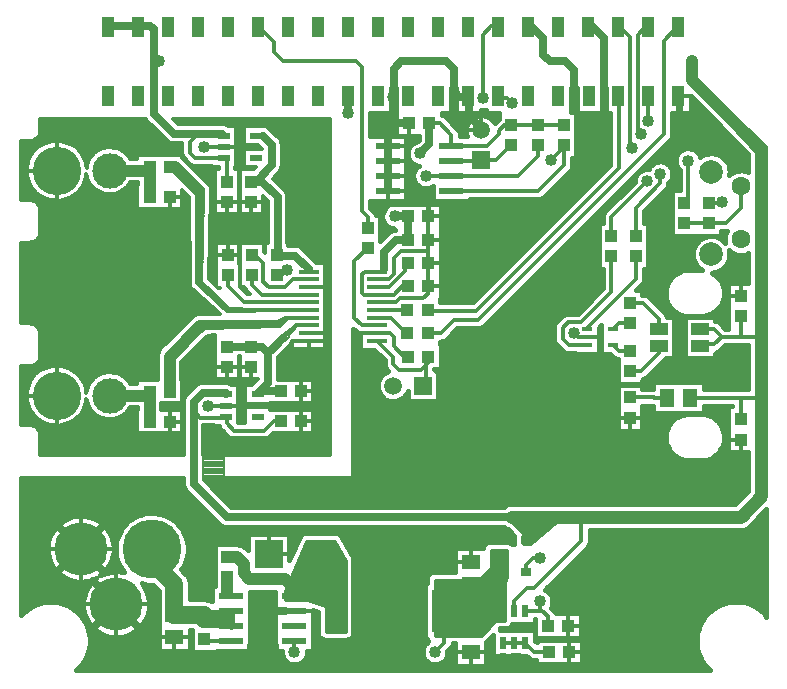
<source format=gbr>
G04 DipTrace 2.4.0.2*
%INTop.gbr*%
%MOIN*%
%ADD14C,0.013*%
%ADD15C,0.026*%
%ADD16C,0.0394*%
%ADD17C,0.0433*%
%ADD18C,0.0236*%
%ADD19C,0.0043*%
%ADD20C,0.0591*%
%ADD21C,0.0118*%
%ADD22C,0.0079*%
%ADD23C,0.0039*%
%ADD24C,0.0157*%
%ADD25R,0.0433X0.0394*%
%ADD26R,0.0394X0.0433*%
%ADD27R,0.0591X0.0512*%
%ADD28R,0.0945X0.0945*%
%ADD29R,0.0512X0.0591*%
%ADD31R,0.0591X0.0394*%
%ADD32O,0.0787X0.1614*%
%ADD33O,0.1181X0.0669*%
%ADD34R,0.0402X0.0709*%
%ADD35R,0.0591X0.0591*%
%ADD36C,0.0591*%
%ADD37O,0.0866X0.1772*%
%ADD38O,0.0866X0.1969*%
%ADD39O,0.1772X0.0866*%
%ADD40R,0.0669X0.1417*%
%ADD41R,0.0354X0.0315*%
%ADD42C,0.063*%
%ADD43C,0.0787*%
%ADD44R,0.0709X0.0157*%
%ADD46R,0.0433X0.0236*%
%ADD47R,0.0787X0.0236*%
%ADD48R,0.0827X0.126*%
%ADD49R,0.0236X0.0433*%
%ADD50R,0.0354X0.0157*%
%ADD51C,0.1614*%
%ADD52C,0.1772*%
%ADD53C,0.1969*%
%ADD54C,0.1181*%
%ADD55C,0.04*%
%FSLAX44Y44*%
G04*
G70*
G90*
G75*
G01*
%LNTop*%
%LPD*%
X12977Y12620D2*
D14*
X12745D1*
X12437Y12312D1*
X11437D1*
X11187Y12562D1*
Y12777D1*
X11151D1*
Y13525D2*
D15*
Y13575D1*
X10375D1*
X10076Y13275D1*
Y12980D1*
D14*
X10306Y12750D1*
X11187D1*
Y12777D1*
X11092Y22150D2*
X11027Y22216D1*
D15*
X10238D1*
D14*
X9958Y21936D1*
Y21581D1*
X10137Y21402D1*
X11092D1*
X11186Y20611D2*
Y21308D1*
X11092Y21402D1*
X8232Y25797D2*
D15*
X8639D1*
X8750Y25687D1*
Y24812D1*
X8937Y24625D1*
X26687D2*
D16*
Y24000D1*
X29000Y21687D1*
D17*
Y15437D1*
Y13417D1*
Y10125D1*
X28312Y9437D1*
X23000D1*
X20669D1*
D15*
X11187D1*
X10076Y10548D1*
Y12980D1*
X11151Y13525D2*
D18*
D3*
X8232Y25797D2*
D14*
X8250D1*
X7232D2*
D15*
X8232D1*
X10238Y22216D2*
X9408D1*
X8750Y22875D1*
Y24812D1*
X20749Y6312D2*
D14*
Y6624D1*
X21187Y7062D1*
X21437D1*
X23000Y8625D1*
Y9437D1*
X26618Y13417D2*
X28312D1*
X29000D1*
X28312Y12687D2*
Y13417D1*
X26957Y15701D2*
X27423D1*
X27687Y15437D1*
X27437Y15187D1*
X26995D1*
X26957Y15150D1*
X27687Y15437D2*
X28312D1*
X29000D1*
X28312Y16125D2*
Y15437D1*
X18355Y6312D2*
X18687D1*
X19312Y5687D1*
Y6312D1*
Y7187D1*
X13438Y5312D2*
Y4937D1*
X18125D2*
X18437Y5250D1*
Y6230D1*
X18355Y6312D1*
X20375D2*
Y8125D1*
Y6312D2*
X19312D1*
X11187Y15113D2*
D15*
X12000D1*
X12352D1*
X12562Y14903D1*
X13062Y15403D1*
D14*
X13483Y15824D1*
X13919D1*
X12977Y13622D2*
D15*
X12311D1*
D14*
X12214Y13525D1*
Y13568D1*
D15*
X12562Y13916D1*
Y14903D1*
X15875Y19062D2*
D14*
Y19437D1*
X15687Y19625D1*
Y24437D1*
X15500Y24625D1*
X13062D1*
X12750Y24937D1*
Y25280D1*
X12232Y25797D1*
X13919Y17615D2*
D19*
Y17687D1*
D15*
X13455Y18151D1*
X12862D1*
X12840Y18173D1*
X12155Y22150D2*
D14*
X12377D1*
D15*
X12687Y21841D1*
Y21153D1*
X12145Y20611D1*
X11999D1*
X12354D1*
X12875Y20091D1*
Y18208D1*
D14*
X12840Y18173D1*
X17226Y18676D2*
D15*
X16835D1*
X16437Y18278D1*
Y17716D1*
D14*
X16337Y17615D1*
X16203D1*
X17226Y19466D2*
D15*
Y18676D1*
X17225Y17123D2*
D14*
X17032D1*
X16750Y16841D1*
X16210D1*
X16203Y16847D1*
X17919Y22558D2*
X18294D1*
X18670Y22182D1*
Y21808D1*
X15232Y23445D2*
D15*
Y22898D1*
X17226Y19466D2*
X16778D1*
X17919Y22558D2*
Y21853D1*
X17626Y21560D1*
X16203Y17615D2*
D14*
X15774D1*
X15687Y17528D1*
Y16903D1*
X15750Y16841D1*
X16196D1*
X18670Y21808D2*
X19871D1*
X20250Y22187D1*
Y22312D1*
X20437Y22500D1*
X20656D1*
X20667Y22511D1*
X22417D2*
X21542D1*
X20667D1*
X17875Y15563D2*
X18313D1*
X18750Y16000D1*
X19562D1*
X25750Y22187D1*
Y25315D1*
X26232Y25797D1*
X16203Y17359D2*
X16581D1*
X16750Y17528D1*
Y18072D1*
X16976Y18299D1*
X17875D1*
Y17902D1*
X17896D1*
X17875Y18299D2*
Y18655D1*
X17896Y18676D1*
X11151Y13151D2*
X10562D1*
X10439Y21776D2*
X11092D1*
X13919Y17103D2*
X14495D1*
Y15580D1*
X13932D1*
X13919Y15568D1*
Y15312D2*
X14495D1*
Y15580D1*
X12840Y17504D2*
X13038D1*
X13187Y17653D1*
X17250Y22558D2*
X16793D1*
X16544Y22309D1*
D15*
Y21808D1*
Y21308D1*
Y20808D1*
Y20308D1*
X17895Y19466D2*
D14*
Y18676D1*
X17896D1*
X17894Y17123D2*
Y17900D1*
X17896Y17902D1*
X16544Y20308D2*
X17562D1*
X17937Y19933D1*
Y19507D1*
X17895Y19466D1*
X26312Y22625D2*
Y23415D1*
X26232D1*
X16203Y15568D2*
X16619D1*
X16750Y15437D1*
Y15125D1*
X17095Y14779D1*
X17219D1*
X16203Y16592D2*
X16812D1*
X16945Y16724D1*
X17724D1*
X17875Y16875D1*
Y17103D1*
X17894Y17123D1*
X11999Y19941D2*
Y19340D1*
X12189Y19150D1*
X11186Y19941D2*
Y19281D1*
X11055Y19150D1*
X11215Y18173D2*
Y18743D1*
X11622Y19150D1*
X17250Y22558D2*
D15*
X16750D1*
Y24375D1*
X17000Y24625D1*
X18500D1*
X18750Y24375D1*
Y23625D1*
X18937Y23437D1*
X19210D1*
D14*
X19232Y23415D1*
X19667Y22321D2*
D15*
Y22394D1*
X19250Y22812D1*
Y23398D1*
X19232Y23415D1*
X20787Y18299D2*
D14*
Y18268D1*
X19465Y16945D1*
X23717Y21323D2*
Y22625D1*
X21232Y25797D2*
D15*
X21321D1*
X21732Y25386D1*
Y24850D1*
X21953Y24630D1*
X22457D1*
X22740Y24346D1*
Y22992D1*
D14*
X23055Y22677D1*
D15*
X23664D1*
X23717Y22625D1*
X23232Y25797D2*
X23368D1*
X23748Y25417D1*
Y22656D1*
X23717Y22625D1*
X13438Y6312D2*
D14*
X12875D1*
X12625Y6562D1*
X12125D2*
X12187D1*
X12375Y6375D1*
X12312D1*
X12125Y6187D1*
X12187D1*
X12375Y6000D1*
X12125Y5750D1*
X12187D1*
X12375Y5562D1*
X12125Y5312D1*
X12625D1*
Y5750D1*
Y6187D1*
Y6562D1*
X12375Y6750D2*
X12187Y6562D1*
X23187Y15431D2*
Y15437D1*
X22875D1*
X22750Y15562D1*
X27250Y19906D2*
X27656D1*
X27687Y19937D1*
X7492Y6524D2*
X7493D1*
X6312Y8375D2*
D3*
X5510Y13478D2*
D3*
X5511Y20980D2*
D3*
X24232Y25758D2*
X24304D1*
X24625Y25437D1*
Y21937D1*
X24687Y21875D1*
Y21750D1*
X25187Y20625D2*
X24000Y19437D1*
Y18812D1*
X18670Y20808D2*
X20883D1*
X21542Y21467D1*
Y21842D1*
X18670Y20808D2*
X17812D1*
X19717Y23400D2*
Y25512D1*
X20002Y25797D1*
X20232D1*
X18670Y20308D2*
X21571D1*
X22417Y21155D1*
Y21842D1*
Y21762D1*
X21998Y21342D1*
X20687Y23250D2*
X20521Y23415D1*
X20232D1*
X17875Y16344D2*
Y16312D1*
X19500D1*
X24250Y21062D1*
Y23415D1*
X24232D1*
X9280Y13618D2*
D16*
Y14780D1*
X10299Y15799D1*
D14*
X12937D1*
X13218Y16080D1*
X13919D1*
X9280Y21105D2*
D16*
X9456D1*
X10268Y20294D1*
D15*
Y17287D1*
D14*
X11219Y16336D1*
X13919D1*
X11215Y17504D2*
Y17135D1*
X11746Y16604D1*
X13907D1*
X13919Y16592D1*
X12028Y17504D2*
Y17161D1*
X12341Y16847D1*
X13919D1*
X12028Y18173D2*
X12137D1*
X12398Y17913D1*
Y17263D1*
X12575Y17086D1*
X13123D1*
X13406Y17370D1*
X13909D1*
X13919Y17359D1*
X17226Y17902D2*
X17125D1*
Y17625D1*
X16603Y17103D1*
X16203D1*
X18670Y21308D2*
X19655D1*
X19667Y21321D1*
X20146D1*
X20667Y21842D1*
X17722Y13806D2*
X17812D1*
Y14703D1*
X17888Y14779D1*
X16203Y15312D2*
X16184D1*
X16724Y14772D1*
Y14525D1*
X16918Y14331D1*
X17643D1*
X17875Y14562D1*
Y14766D1*
X17888Y14779D1*
X8674Y8375D2*
D15*
Y7950D1*
D20*
X9437Y7187D1*
Y6179D1*
X10437D1*
Y6044D1*
X11044D1*
D18*
X11312Y6312D1*
Y5812D2*
Y6312D1*
X8674Y8375D2*
D14*
X8677D1*
X11312Y5312D2*
X10500D1*
X10437Y5375D1*
X11187Y8106D2*
D16*
X11518D1*
X11750Y7875D1*
Y7562D1*
X11937Y7375D1*
X13125D1*
X13438Y7061D1*
D14*
Y6812D1*
X11312D2*
X11187Y6937D1*
D16*
Y7437D1*
X21893Y5812D2*
D14*
X21875D1*
Y6125D1*
X21687Y6312D1*
X21123D1*
X21162Y7593D2*
Y7849D1*
X21375Y8062D1*
X21625D1*
Y6625D2*
Y6369D1*
X21687Y6312D1*
X20375Y5250D2*
X20749D1*
X21123D1*
X21937Y4937D2*
X21435D1*
X21123Y5250D1*
X25870Y13417D2*
X25417D1*
X25416Y13419D1*
X24625D1*
X27250Y19236D2*
Y19250D1*
X27812D1*
X28312Y19749D1*
Y20457D1*
X27250Y19236D2*
X26440D1*
X26437Y19234D1*
X16203Y16336D2*
X17197D1*
X17205Y16344D1*
X16203Y16080D2*
X16645D1*
X17161Y15563D1*
X17205D1*
X16203Y15824D2*
X15675D1*
X15437Y16062D1*
Y17955D1*
X15875Y18393D1*
X23187Y15687D2*
Y15750D1*
X24812Y17375D1*
Y18125D1*
X23187Y15175D2*
X22574D1*
X22375Y15375D1*
Y15750D1*
X22562Y15937D1*
X23000D1*
X24000Y16937D1*
Y18143D1*
X24625Y14981D2*
X24247D1*
X24053Y15175D1*
X24625Y15893D2*
X24259D1*
X24053Y15687D1*
X25579Y15701D2*
Y16045D1*
X25062Y16562D1*
X24625D1*
X25579Y15150D2*
Y14892D1*
X25000Y14312D1*
X24625D1*
X7283Y20980D2*
D16*
X8485D1*
X8610Y21105D1*
Y20105D1*
X7283Y20980D2*
D14*
Y20979D1*
Y13479D2*
D16*
X8471D1*
X8610Y13618D1*
Y12618D2*
Y13618D1*
X7283Y13478D2*
D14*
Y13479D1*
X25232Y25758D2*
X25133D1*
X24875Y25500D1*
Y22312D1*
X25000Y22187D1*
X25625Y20875D2*
Y20562D1*
X24812Y19750D1*
Y18794D1*
X25232Y23455D2*
Y22642D1*
X26562Y21312D2*
Y20028D1*
X26437Y19903D1*
D55*
X8937Y24625D3*
X26687D3*
X13438Y4937D3*
X18125D3*
X15232Y22898D3*
X16778Y19466D3*
X17626Y21560D3*
X10562Y13151D3*
X10439Y21776D3*
X13187Y17653D3*
X26312Y22625D3*
X12189Y19150D3*
X11055D3*
X11622D3*
X10562Y13151D3*
X19465Y16945D3*
X23717Y22625D3*
X22750Y15562D3*
X27687Y19937D3*
X24687Y21750D3*
X25187Y20625D3*
X17812Y20808D3*
X19717Y23400D3*
X21998Y21342D3*
X20687Y23250D3*
X21625Y8062D3*
Y6625D3*
X25000Y22187D3*
X25625Y20875D3*
X25232Y22642D3*
X26562Y21312D3*
X12125Y6187D3*
X12625D3*
X23717Y21323D3*
X22709Y20189D3*
X20787Y18299D3*
X12375Y6000D3*
X12625Y5750D3*
X12125D3*
X12375Y5562D3*
X12625Y5312D3*
X12125D3*
X12375Y6375D3*
X12125Y6562D3*
X12625D3*
X12375Y6750D3*
X16126Y22299D3*
X26812Y23062D3*
X28375Y21250D3*
X28312Y17625D3*
X28250Y14437D3*
X28312Y11250D3*
X27437Y10062D3*
X22187D3*
X18812Y10000D3*
X15062D3*
X11562D3*
X10562Y12312D3*
X14250Y11750D3*
X14375Y14812D3*
Y18125D3*
Y22437D3*
X11625Y22500D3*
X8312D3*
X5187Y22437D3*
X4500Y20250D3*
Y17187D3*
Y12687D3*
X9500Y11687D3*
X6750D3*
X10500Y14687D3*
X10437Y16375D3*
X9687Y19500D3*
X8687Y14125D3*
X9500Y10500D3*
X7000D3*
X4562D3*
Y6875D3*
X6625Y4500D3*
X10437D3*
X14875D3*
X18625D3*
X23250D3*
X26750D3*
X28937Y6625D3*
X20375Y8812D3*
X16562D3*
X10625Y9062D3*
X15625Y14812D3*
Y11125D3*
X16250Y19750D3*
X18875Y22625D3*
X16724Y23433D3*
X26024Y21228D3*
X25827Y17638D3*
Y14425D3*
X22520Y18268D3*
X21165Y16913D3*
X19811Y15559D3*
X25197Y12122D3*
X12960Y15966D2*
D21*
X13103D1*
X10179Y15850D2*
X12990D1*
X10198Y15733D2*
X10623D1*
X13220Y16077D2*
X13194D1*
X13203Y16058D1*
X13220Y16077D1*
X13167Y16064D1*
X12870Y15934D1*
X10257Y15941D1*
X10102Y15780D1*
X10351Y15636D1*
X10429Y15713D1*
X10467Y15729D1*
X12941Y15787D1*
X13201Y16057D1*
X4976Y22574D2*
X8581D1*
X9520D2*
X14616D1*
X4976Y22457D2*
X8697D1*
X11513D2*
X11733D1*
X12576D2*
X14616D1*
X4976Y22340D2*
X8815D1*
X11513D2*
X11733D1*
X12657D2*
X14616D1*
X4964Y22223D2*
X8932D1*
X11513D2*
X11733D1*
X12774D2*
X14616D1*
X4906Y22106D2*
X9048D1*
X11513D2*
X11733D1*
X12890D2*
X14616D1*
X4761Y21990D2*
X9164D1*
X11513D2*
X11733D1*
X12986D2*
X14616D1*
X4320Y21873D2*
X5049D1*
X5975D2*
X9686D1*
X11513D2*
X11733D1*
X13021D2*
X14616D1*
X4320Y21756D2*
X4868D1*
X6154D2*
X7171D1*
X7396D2*
X9686D1*
X11513D2*
X12301D1*
X13023D2*
X14616D1*
X4320Y21639D2*
X4746D1*
X6276D2*
X6850D1*
X7717D2*
X9686D1*
X11513D2*
X11733D1*
X13023D2*
X14616D1*
X4320Y21522D2*
X4659D1*
X6364D2*
X6708D1*
X7859D2*
X9694D1*
X11513D2*
X11733D1*
X13023D2*
X14616D1*
X4320Y21406D2*
X4595D1*
X6429D2*
X6614D1*
X7953D2*
X8188D1*
X11513D2*
X11733D1*
X13023D2*
X14616D1*
X4320Y21289D2*
X4549D1*
X6475D2*
X6551D1*
X11513D2*
X11733D1*
X13023D2*
X14616D1*
X4320Y21172D2*
X4517D1*
X11513D2*
X11733D1*
X13023D2*
X14616D1*
X4320Y21055D2*
X4503D1*
X10070D2*
X10916D1*
X11456D2*
X12121D1*
X13008D2*
X14616D1*
X4320Y20938D2*
X4499D1*
X10186D2*
X10785D1*
X12941D2*
X14616D1*
X4320Y20822D2*
X4512D1*
X10304D2*
X10785D1*
X12825D2*
X14616D1*
X4320Y20705D2*
X4538D1*
X10421D2*
X10785D1*
X12729D2*
X14616D1*
X4320Y20588D2*
X4578D1*
X6444D2*
X6592D1*
X7975D2*
X8208D1*
X10539D2*
X10785D1*
X12846D2*
X14616D1*
X4320Y20471D2*
X4637D1*
X6385D2*
X6673D1*
X7894D2*
X8188D1*
X10646D2*
X10785D1*
X12964D2*
X14616D1*
X4320Y20354D2*
X4718D1*
X6305D2*
X6796D1*
X7770D2*
X8188D1*
X10670D2*
X10785D1*
X13080D2*
X14616D1*
X4320Y20238D2*
X4829D1*
X6194D2*
X7014D1*
X7553D2*
X8188D1*
X10668D2*
X10785D1*
X13174D2*
X14616D1*
X4320Y20121D2*
X4986D1*
X6036D2*
X8188D1*
X9701D2*
X9877D1*
X10664D2*
X10785D1*
X13209D2*
X14616D1*
X4320Y20004D2*
X5278D1*
X5744D2*
X8188D1*
X9701D2*
X9913D1*
X10662D2*
X10785D1*
X12401D2*
X12492D1*
X13209D2*
X14616D1*
X4879Y19887D2*
X8188D1*
X9701D2*
X9915D1*
X10659D2*
X10785D1*
X12401D2*
X12540D1*
X13209D2*
X14616D1*
X4952Y19770D2*
X8188D1*
X9701D2*
X9915D1*
X10657D2*
X10785D1*
X12401D2*
X12540D1*
X13209D2*
X14616D1*
X4976Y19654D2*
X9917D1*
X10655D2*
X10785D1*
X12401D2*
X12540D1*
X13209D2*
X14616D1*
X4976Y19537D2*
X9917D1*
X10651D2*
X10785D1*
X12401D2*
X12540D1*
X13209D2*
X14616D1*
X4976Y19420D2*
X9917D1*
X10649D2*
X12540D1*
X13209D2*
X14616D1*
X4976Y19303D2*
X9919D1*
X10648D2*
X12540D1*
X13209D2*
X14616D1*
X4976Y19187D2*
X9919D1*
X10644D2*
X12540D1*
X13209D2*
X14616D1*
X4976Y19070D2*
X9921D1*
X10642D2*
X12540D1*
X13209D2*
X14616D1*
X4976Y18953D2*
X9921D1*
X10638D2*
X12540D1*
X13209D2*
X14616D1*
X4964Y18836D2*
X9921D1*
X10636D2*
X12540D1*
X13209D2*
X14616D1*
X4906Y18719D2*
X9923D1*
X10635D2*
X12540D1*
X13209D2*
X14616D1*
X4757Y18603D2*
X9923D1*
X10631D2*
X12540D1*
X13209D2*
X14616D1*
X4320Y18486D2*
X9925D1*
X10629D2*
X10812D1*
X13242D2*
X14616D1*
X4320Y18369D2*
X9925D1*
X10627D2*
X10812D1*
X13706D2*
X14616D1*
X4320Y18252D2*
X9926D1*
X10624D2*
X10812D1*
X13824D2*
X14616D1*
X4320Y18135D2*
X9926D1*
X10622D2*
X10812D1*
X13940D2*
X14616D1*
X4320Y18019D2*
X9926D1*
X10620D2*
X10812D1*
X14056D2*
X14616D1*
X4320Y17902D2*
X9928D1*
X10616D2*
X10812D1*
X14172D2*
X14616D1*
X4320Y17785D2*
X9928D1*
X10614D2*
X10812D1*
X14479D2*
X14616D1*
X4320Y17668D2*
X9930D1*
X10611D2*
X10812D1*
X14479D2*
X14616D1*
X4320Y17551D2*
X9930D1*
X10609D2*
X10812D1*
X14479D2*
X14616D1*
X4320Y17435D2*
X9930D1*
X10607D2*
X10812D1*
X14479D2*
X14616D1*
X4320Y17318D2*
X9932D1*
X10644D2*
X10812D1*
X14479D2*
X14616D1*
X4320Y17201D2*
X9934D1*
X14479D2*
X14616D1*
X4320Y17084D2*
X9985D1*
X10884D2*
X10951D1*
X11642D2*
X11768D1*
X14479D2*
X14616D1*
X4320Y16967D2*
X10109D1*
X11760D2*
X11844D1*
X14479D2*
X14616D1*
X4320Y16851D2*
X10233D1*
X14479D2*
X14616D1*
X4320Y16734D2*
X10356D1*
X14479D2*
X14616D1*
X4320Y16617D2*
X10480D1*
X14479D2*
X14616D1*
X4320Y16500D2*
X10604D1*
X14479D2*
X14616D1*
X4320Y16383D2*
X10727D1*
X14479D2*
X14616D1*
X4320Y16267D2*
X10853D1*
X14479D2*
X14616D1*
X4320Y16150D2*
X10098D1*
X14479D2*
X14616D1*
X4320Y16033D2*
X9969D1*
X14479D2*
X14616D1*
X4320Y15916D2*
X9853D1*
X14479D2*
X14616D1*
X4851Y15799D2*
X9736D1*
X14479D2*
X14616D1*
X4941Y15683D2*
X9618D1*
X14479D2*
X14616D1*
X4975Y15566D2*
X9502D1*
X14479D2*
X14616D1*
X4976Y15449D2*
X9386D1*
X10529D2*
X10785D1*
X14479D2*
X14616D1*
X4976Y15332D2*
X9268D1*
X10397D2*
X10785D1*
X14479D2*
X14616D1*
X4976Y15215D2*
X9151D1*
X10278D2*
X10785D1*
X14479D2*
X14616D1*
X4976Y15099D2*
X9035D1*
X10162D2*
X10785D1*
X13228D2*
X13359D1*
X14479D2*
X14616D1*
X4976Y14982D2*
X8933D1*
X10046D2*
X10785D1*
X13111D2*
X14616D1*
X4976Y14865D2*
X8887D1*
X9930D2*
X10785D1*
X12993D2*
X14616D1*
X4969Y14748D2*
X8878D1*
X9812D2*
X10785D1*
X12897D2*
X14616D1*
X4925Y14631D2*
X8878D1*
X9695D2*
X10785D1*
X12897D2*
X14616D1*
X4810Y14515D2*
X8878D1*
X9682D2*
X10785D1*
X12897D2*
X14616D1*
X4320Y14398D2*
X5102D1*
X5916D2*
X8878D1*
X9682D2*
X10785D1*
X12897D2*
X14616D1*
X4320Y14281D2*
X4901D1*
X6119D2*
X8878D1*
X9682D2*
X10785D1*
X12897D2*
X14616D1*
X4320Y14164D2*
X4770D1*
X6250D2*
X6892D1*
X7675D2*
X8878D1*
X9682D2*
X10785D1*
X12897D2*
X14616D1*
X4320Y14047D2*
X4674D1*
X6344D2*
X6732D1*
X7835D2*
X8878D1*
X9682D2*
X10785D1*
X12897D2*
X14616D1*
X4320Y13931D2*
X4606D1*
X6414D2*
X6630D1*
X7937D2*
X8188D1*
X9701D2*
X12108D1*
X14069D2*
X14616D1*
X4320Y13814D2*
X4556D1*
X6464D2*
X6562D1*
X9701D2*
X10146D1*
X11572D2*
X11792D1*
X14069D2*
X14616D1*
X4320Y13697D2*
X4521D1*
X9701D2*
X10028D1*
X11572D2*
X11792D1*
X14069D2*
X14616D1*
X4320Y13580D2*
X4503D1*
X9701D2*
X9912D1*
X11572D2*
X11792D1*
X14069D2*
X14616D1*
X4320Y13463D2*
X4497D1*
X9701D2*
X9801D1*
X11572D2*
X11792D1*
X14069D2*
X14616D1*
X4320Y13347D2*
X4506D1*
X11572D2*
X11792D1*
X14069D2*
X14616D1*
X4320Y13230D2*
X4528D1*
X11572D2*
X11792D1*
X12635D2*
X14616D1*
X4320Y13113D2*
X4567D1*
X6453D2*
X6579D1*
X9012D2*
X9740D1*
X11572D2*
X14616D1*
X4320Y12996D2*
X4621D1*
X6399D2*
X6652D1*
X7914D2*
X8188D1*
X11572D2*
X11792D1*
X14069D2*
X14616D1*
X4320Y12879D2*
X4696D1*
X6324D2*
X6765D1*
X7802D2*
X8188D1*
X11572D2*
X11792D1*
X14069D2*
X14616D1*
X4320Y12763D2*
X4798D1*
X6220D2*
X6951D1*
X7615D2*
X8188D1*
X11572D2*
X11792D1*
X14069D2*
X14616D1*
X4320Y12646D2*
X4944D1*
X6076D2*
X8188D1*
X11572D2*
X11792D1*
X14069D2*
X14616D1*
X4320Y12529D2*
X5182D1*
X5838D2*
X8188D1*
X14069D2*
X14616D1*
X4853Y12412D2*
X8188D1*
X10411D2*
X10965D1*
X14069D2*
X14616D1*
X4941Y12295D2*
X8188D1*
X10411D2*
X11076D1*
X14069D2*
X14616D1*
X4975Y12179D2*
X9740D1*
X10411D2*
X11192D1*
X12681D2*
X14616D1*
X4976Y12062D2*
X9740D1*
X10411D2*
X11360D1*
X12513D2*
X14616D1*
X4976Y11945D2*
X9740D1*
X10411D2*
X14616D1*
X4976Y11828D2*
X9740D1*
X10411D2*
X14616D1*
X4976Y11711D2*
X9740D1*
X10411D2*
X14616D1*
X4976Y11595D2*
X9740D1*
X10411D2*
X14616D1*
X9020Y19715D2*
X8200D1*
Y20496D1*
X8220D1*
Y20591D1*
X7963Y20590D1*
X7930Y20534D1*
X7856Y20442D1*
X7769Y20362D1*
X7671Y20296D1*
X7564Y20246D1*
X7451Y20212D1*
X7334Y20196D1*
X7216Y20197D1*
X7100Y20216D1*
X6987Y20252D1*
X6882Y20305D1*
X6785Y20373D1*
X6700Y20454D1*
X6628Y20548D1*
X6571Y20651D1*
X6530Y20762D1*
X6506Y20875D1*
X6492Y20780D1*
X6465Y20678D1*
X6428Y20578D1*
X6380Y20483D1*
X6323Y20394D1*
X6256Y20311D1*
X6181Y20236D1*
X6098Y20169D1*
X6009Y20112D1*
X5914Y20064D1*
X5815Y20026D1*
X5712Y19999D1*
X5607Y19984D1*
X5501Y19979D1*
X5395Y19986D1*
X5290Y20004D1*
X5188Y20033D1*
X5089Y20072D1*
X4995Y20122D1*
X4907Y20182D1*
X4826Y20250D1*
X4753Y20327D1*
X4688Y20411D1*
X4632Y20502D1*
X4586Y20598D1*
X4551Y20698D1*
X4527Y20801D1*
X4513Y20907D1*
X4511Y21013D1*
X4520Y21119D1*
X4541Y21223D1*
X4572Y21325D1*
X4614Y21422D1*
X4666Y21515D1*
X4727Y21602D1*
X4797Y21681D1*
X4876Y21753D1*
X4961Y21816D1*
X5053Y21870D1*
X5150Y21913D1*
X5251Y21946D1*
X5355Y21968D1*
X5461Y21979D1*
X5555Y21980D1*
X5661Y21969D1*
X5765Y21948D1*
X5866Y21916D1*
X5963Y21873D1*
X6055Y21820D1*
X6141Y21757D1*
X6220Y21686D1*
X6291Y21607D1*
X6353Y21521D1*
X6406Y21429D1*
X6448Y21331D1*
X6480Y21230D1*
X6501Y21126D1*
X6507Y21084D1*
X6523Y21170D1*
X6560Y21282D1*
X6614Y21387D1*
X6683Y21483D1*
X6765Y21567D1*
X6860Y21638D1*
X6964Y21694D1*
X7075Y21734D1*
X7190Y21757D1*
X7308Y21762D1*
X7426Y21750D1*
X7540Y21720D1*
X7648Y21673D1*
X7748Y21610D1*
X7838Y21533D1*
X7915Y21444D1*
X7962Y21371D1*
X8200D1*
Y21496D1*
X9020Y21494D1*
X9224Y21496D1*
X9690D1*
Y21416D1*
X9732Y21381D1*
X10600Y20516D1*
X10635Y20469D1*
X10655Y20412D1*
X10658Y20374D1*
X10655Y20245D1*
X10593Y17357D1*
X10825Y17131D1*
Y17914D1*
Y18583D1*
X11606D1*
X11607Y17109D1*
X11853Y16862D1*
X11962Y16863D1*
X11845Y16978D1*
X11808Y17024D1*
X11782Y17079D1*
X11769Y17094D1*
X11637D1*
X11639Y17914D1*
X11637Y18117D1*
Y18583D1*
X12418D1*
Y18257D1*
X12449Y18227D1*
X12450Y18583D1*
X12551D1*
Y19955D1*
X12389Y20119D1*
Y19531D1*
X11608D1*
Y21021D1*
X12097D1*
X12168Y21091D1*
X11745Y21090D1*
Y21714D1*
X12356D1*
X12232Y21837D1*
X11745Y21838D1*
Y22462D1*
X12293D1*
X12324Y22469D1*
X12383Y22474D1*
X12461Y22462D1*
X12565D1*
Y22412D1*
X12606Y22379D1*
X12916Y22069D1*
X12954Y22024D1*
X12982Y21973D1*
X13002Y21917D1*
X13011Y21841D1*
Y21153D1*
X13005Y21094D1*
X12989Y21038D1*
X12963Y20985D1*
X12916Y20924D1*
X12708Y20714D1*
X13103Y20319D1*
X13141Y20274D1*
X13170Y20223D1*
X13189Y20167D1*
X13198Y20091D1*
Y18583D1*
X13231D1*
Y18475D1*
X13455D1*
X13513Y18469D1*
X13570Y18453D1*
X13623Y18427D1*
X13684Y18380D1*
X14148Y17915D1*
X14170Y17888D1*
X14467D1*
X14465Y17343D1*
X14467Y17305D1*
X14465Y16575D1*
X14467Y16451D1*
X14465Y16319D1*
X14467Y16195D1*
X14465Y16063D1*
X14467Y15939D1*
X14465Y15807D1*
X14467Y15769D1*
Y15040D1*
X13371D1*
Y15271D1*
X13287Y15170D1*
X12886Y14769D1*
Y14012D1*
X13388Y14010D1*
X13425Y14012D1*
X14057D1*
Y13231D1*
X12625D1*
X12624Y13213D1*
X11804D1*
Y13837D1*
X12027Y13839D1*
X12221Y14033D1*
X11609D1*
Y14789D1*
X11577D1*
X11578Y14033D1*
X10796D1*
Y15485D1*
X10547Y15478D1*
X10493Y15424D1*
X10446Y15391D1*
X10157Y15105D1*
X9671Y14618D1*
X9670Y14010D1*
X9690Y14009D1*
Y13228D1*
X9000D1*
X9001Y13007D1*
X9117Y13009D1*
X9690D1*
Y12228D1*
X8200D1*
Y13009D1*
X8220D1*
Y13089D1*
X7964D1*
X7894Y12987D1*
X7814Y12901D1*
X7721Y12828D1*
X7618Y12769D1*
X7508Y12727D1*
X7393Y12702D1*
X7275Y12694D1*
X7158Y12704D1*
X7043Y12732D1*
X6934Y12776D1*
X6832Y12837D1*
X6741Y12912D1*
X6662Y13000D1*
X6598Y13098D1*
X6548Y13205D1*
X6516Y13319D1*
X6505Y13372D1*
X6488Y13267D1*
X6460Y13165D1*
X6422Y13066D1*
X6373Y12971D1*
X6314Y12883D1*
X6247Y12801D1*
X6171Y12727D1*
X6087Y12661D1*
X5997Y12604D1*
X5902Y12558D1*
X5802Y12521D1*
X5699Y12496D1*
X5594Y12481D1*
X5487Y12478D1*
X5381Y12486D1*
X5277Y12505D1*
X5175Y12535D1*
X5077Y12576D1*
X4984Y12627D1*
X4896Y12688D1*
X4816Y12757D1*
X4744Y12835D1*
X4680Y12920D1*
X4625Y13011D1*
X4580Y13107D1*
X4546Y13208D1*
X4523Y13311D1*
X4511Y13417D1*
X4510Y13523D1*
X4520Y13629D1*
X4542Y13733D1*
X4574Y13834D1*
X4617Y13931D1*
X4671Y14023D1*
X4733Y14109D1*
X4804Y14188D1*
X4884Y14259D1*
X4970Y14321D1*
X5062Y14373D1*
X5160Y14416D1*
X5261Y14448D1*
X5365Y14469D1*
X5471Y14479D1*
X5554D1*
X5671Y14466D1*
X5775Y14443D1*
X5876Y14410D1*
X5972Y14366D1*
X6064Y14312D1*
X6149Y14248D1*
X6227Y14176D1*
X6297Y14096D1*
X6358Y14009D1*
X6410Y13916D1*
X6451Y13819D1*
X6482Y13717D1*
X6502Y13613D1*
X6506Y13578D1*
X6523Y13670D1*
X6560Y13782D1*
X6614Y13887D1*
X6683Y13983D1*
X6765Y14067D1*
X6860Y14138D1*
X6964Y14194D1*
X7075Y14234D1*
X7190Y14257D1*
X7308Y14262D1*
X7426Y14250D1*
X7540Y14220D1*
X7648Y14173D1*
X7748Y14110D1*
X7838Y14033D1*
X7915Y13944D1*
X7962Y13871D1*
X8200Y13870D1*
Y14009D1*
X8890D1*
X8889Y14780D1*
X8893Y14838D1*
X8907Y14896D1*
X8928Y14951D1*
X8958Y15002D1*
X9003Y15056D1*
X10023Y16075D1*
X10078Y16120D1*
X10140Y16171D1*
X10197Y16191D1*
X10233Y16194D1*
X10943Y16192D1*
X10005Y17076D1*
X9969Y17122D1*
X9948Y17179D1*
X9944Y17216D1*
X9925Y20085D1*
X9690Y20319D1*
Y19715D1*
X8869D1*
X4965Y22690D2*
Y22319D1*
X4960Y22260D1*
X4946Y22203D1*
X4922Y22149D1*
X4890Y22099D1*
X4850Y22056D1*
X4804Y22019D1*
X4752Y21991D1*
X4696Y21971D1*
X4606Y21960D1*
X4309D1*
X4307Y20001D1*
X4606D1*
X4665Y19996D1*
X4722Y19982D1*
X4776Y19958D1*
X4825Y19926D1*
X4869Y19886D1*
X4905Y19840D1*
X4934Y19788D1*
X4953Y19732D1*
X4965Y19642D1*
Y18933D1*
X4960Y18874D1*
X4946Y18817D1*
X4922Y18763D1*
X4890Y18714D1*
X4850Y18670D1*
X4804Y18634D1*
X4752Y18605D1*
X4696Y18586D1*
X4606Y18574D1*
X4309D1*
Y15886D1*
X4606D1*
X4665Y15881D1*
X4722Y15866D1*
X4776Y15843D1*
X4825Y15811D1*
X4869Y15771D1*
X4905Y15725D1*
X4934Y15673D1*
X4953Y15617D1*
X4965Y15527D1*
Y14818D1*
X4960Y14759D1*
X4946Y14702D1*
X4922Y14648D1*
X4890Y14598D1*
X4850Y14555D1*
X4804Y14518D1*
X4752Y14490D1*
X4696Y14470D1*
X4606Y14459D1*
X4309D1*
Y12502D1*
X4606Y12500D1*
X4665Y12495D1*
X4722Y12481D1*
X4776Y12457D1*
X4825Y12425D1*
X4869Y12385D1*
X4905Y12339D1*
X4934Y12287D1*
X4953Y12231D1*
X4965Y12141D1*
Y11497D1*
X9751Y11496D1*
X9752Y12261D1*
Y13275D1*
X9758Y13334D1*
X9773Y13391D1*
X9799Y13444D1*
X9847Y13504D1*
X10147Y13804D1*
X10192Y13841D1*
X10243Y13870D1*
X10299Y13889D1*
X10375Y13898D1*
X11151D1*
X11210Y13893D1*
X11267Y13877D1*
X11341Y13837D1*
X11561D1*
X11559Y13213D1*
X11561Y13203D1*
Y12570D1*
X11804Y12571D1*
Y13089D1*
X12624D1*
X12626Y13011D1*
X13388Y13009D1*
X13425Y13011D1*
X14057D1*
Y12230D1*
X12719Y12228D1*
X12620Y12129D1*
X12574Y12092D1*
X12521Y12067D1*
X12461Y12055D1*
X12319Y12053D1*
X11437D1*
X11378Y12060D1*
X11323Y12080D1*
X11272Y12113D1*
X11171Y12213D1*
X11004Y12379D1*
X10967Y12427D1*
X10948Y12463D1*
X10794Y12465D1*
X10741D1*
Y12489D1*
X10419Y12491D1*
X10399D1*
Y11494D1*
X10746Y11496D1*
X14628D1*
Y22690D1*
X9392D1*
X9543Y22538D1*
X11005Y22539D1*
X11085Y22534D1*
X11142Y22518D1*
X11195Y22492D1*
X11235Y22462D1*
X11502D1*
X11500Y21838D1*
X11502Y21828D1*
Y21090D1*
X11445D1*
Y21021D1*
X11577D1*
X11575Y20200D1*
X11577Y20163D1*
Y19531D1*
X10795D1*
Y21021D1*
X10926D1*
X10927Y21089D1*
X10682Y21090D1*
Y21144D1*
X10137Y21143D1*
X10078Y21150D1*
X10023Y21170D1*
X9972Y21203D1*
X9870Y21303D1*
X9775Y21398D1*
X9738Y21444D1*
X9713Y21498D1*
X9700Y21557D1*
X9699Y21699D1*
Y21893D1*
X9408Y21892D1*
X9350Y21897D1*
X9293Y21913D1*
X9240Y21939D1*
X9180Y21987D1*
X8516Y22651D1*
X8484Y22690D1*
X4963D1*
X9280Y20105D2*
D14*
Y19715D1*
Y20105D2*
X9690D1*
X9280Y13008D2*
Y12228D1*
Y12618D2*
X9690D1*
X12000Y14443D2*
Y14033D1*
X11609Y14443D2*
X12000D1*
X11187D2*
Y14033D1*
X10797Y14443D2*
X11577D1*
X11215Y18583D2*
Y18173D1*
X10825D2*
X11605D1*
X13647Y13010D2*
Y12230D1*
Y12620D2*
X14057D1*
X13647Y14012D2*
Y13231D1*
Y13622D2*
X14057D1*
X11186Y19941D2*
Y19531D1*
X10796Y19941D2*
X11576D1*
X11999D2*
Y19531D1*
X11608Y19941D2*
X12389D1*
X5511Y21981D2*
Y20980D1*
Y14480D2*
Y13479D1*
X13919Y17103D2*
X14467D1*
X13919Y15568D2*
X14467D1*
X13919Y15312D2*
Y15040D1*
X13371Y15312D2*
X14467D1*
X11092Y21776D2*
X11502D1*
X11151Y13151D2*
X11561D1*
X5511Y21980D2*
Y19979D1*
X4511Y20980D2*
X5511D1*
X5510Y14479D2*
Y12478D1*
X4509Y13478D2*
X5510D1*
X10277Y20387D2*
D21*
X10358D1*
X10229Y20270D2*
X10391D1*
X10190Y20154D2*
X10390D1*
X10190Y20037D2*
X10386D1*
X10190Y19920D2*
X10384D1*
X10192Y19803D2*
X10382D1*
X10192Y19686D2*
X10379D1*
X10194Y19570D2*
X10377D1*
X10194Y19453D2*
X10373D1*
X10194Y19336D2*
X10371D1*
X10195Y19219D2*
X10369D1*
X10195Y19102D2*
X10366D1*
X10197Y18986D2*
X10364D1*
X10197Y18869D2*
X10362D1*
X10199Y18752D2*
X10358D1*
X10199Y18635D2*
X10356D1*
X10199Y18518D2*
X10353D1*
X10201Y18402D2*
X10351D1*
X10201Y18285D2*
X10349D1*
X10203Y18168D2*
X10345D1*
X10203Y18051D2*
X10343D1*
X10205Y17934D2*
X10342D1*
X10205Y17818D2*
X10338D1*
X10205Y17701D2*
X10336D1*
X10207Y17584D2*
X10334D1*
X10207Y17467D2*
X10331D1*
X10208Y17350D2*
X10329D1*
X10218Y17234D2*
X10345D1*
X10341Y17117D2*
X10465D1*
Y17000D2*
X10585D1*
X10590Y16883D2*
X10705D1*
X10714Y16766D2*
X10825D1*
X10838Y16650D2*
X10945D1*
X10961Y16533D2*
X11065D1*
X11085Y16416D2*
X11185D1*
X13277Y16338D2*
X13371Y16337D1*
Y16342D1*
X13118Y16345D1*
X13117Y16326D1*
X13141D1*
X13139Y16345D1*
X11746D1*
X11686Y16353D1*
X11648Y16365D1*
X11265Y16371D1*
X11227Y16387D1*
X10356Y17235D1*
X10339Y17277D1*
X10405Y20354D1*
X10295Y20461D1*
X10177Y20177D1*
X10197Y17243D1*
X11192Y16304D1*
X13117Y16326D1*
X13411Y15832D2*
D23*
X13501D1*
X13363Y15793D2*
X13501D1*
X13315Y15755D2*
X13492D1*
X13267Y15717D2*
X13461D1*
X13219Y15679D2*
X13429D1*
X13171Y15641D2*
X13397D1*
X13123Y15603D2*
X13366D1*
X13075Y15565D2*
X13334D1*
X13028Y15527D2*
X13303D1*
X12990Y15489D2*
X13271D1*
X12952Y15451D2*
X13240D1*
X12915Y15413D2*
X13208D1*
X12877Y15375D2*
X13176D1*
X12839Y15337D2*
X13145D1*
X12802Y15299D2*
X13110D1*
X12764Y15261D2*
X13072D1*
X12726Y15223D2*
X13034D1*
X12688Y15185D2*
X12996D1*
X12650Y15146D2*
X12958D1*
X12613Y15108D2*
X12920D1*
X12606Y15070D2*
X12882D1*
X12634Y15032D2*
X12844D1*
X12662Y14994D2*
X12805D1*
X12690Y14956D2*
X12767D1*
X13504Y15761D2*
Y15870D1*
X13455D1*
X13183Y15654D1*
X13028Y15531D1*
X12588Y15088D1*
X12614Y15054D1*
X12723Y14908D1*
X13134Y15319D1*
X13497Y15756D1*
X16663Y23640D2*
D24*
X16801D1*
X18664D2*
X18802D1*
X22665D2*
X22830D1*
X23693D2*
X23802D1*
X16663Y23483D2*
X16801D1*
X18664D2*
X18802D1*
X22665D2*
X22830D1*
X23693D2*
X23802D1*
X16663Y23327D2*
X16801D1*
X18664D2*
X18802D1*
X22665D2*
X22830D1*
X23693D2*
X23802D1*
X26663D2*
X26762D1*
X16663Y23171D2*
X16801D1*
X18664D2*
X18802D1*
X22665D2*
X22830D1*
X23693D2*
X23802D1*
X26663D2*
X26917D1*
X16663Y23015D2*
X16801D1*
X18664D2*
X18802D1*
X22665D2*
X22830D1*
X23693D2*
X23802D1*
X26663D2*
X27075D1*
X15982Y22859D2*
X16804D1*
X18366D2*
X20239D1*
X22844D2*
X23954D1*
X26046D2*
X27230D1*
X15982Y22703D2*
X16804D1*
X18560D2*
X19314D1*
X20022D2*
X20229D1*
X22844D2*
X23954D1*
X26046D2*
X27387D1*
X15982Y22546D2*
X16804D1*
X18718D2*
X19193D1*
X22844D2*
X23954D1*
X26046D2*
X27542D1*
X15982Y22390D2*
X16804D1*
X18873D2*
X19146D1*
X22844D2*
X23954D1*
X26046D2*
X27700D1*
X15982Y22234D2*
X16804D1*
X18961D2*
X19149D1*
X22844D2*
X23954D1*
X26046D2*
X27855D1*
X17168Y22078D2*
X17559D1*
X22844D2*
X23954D1*
X26023D2*
X28010D1*
X17168Y21922D2*
X17407D1*
X22844D2*
X23954D1*
X25895D2*
X28167D1*
X17168Y21766D2*
X17249D1*
X22844D2*
X23954D1*
X25740D2*
X28322D1*
X22844Y21609D2*
X23954D1*
X25583D2*
X26258D1*
X26867D2*
X28480D1*
X22844Y21453D2*
X23954D1*
X25428D2*
X26157D1*
X27689D2*
X28553D1*
X17168Y21297D2*
X17291D1*
X22714D2*
X23954D1*
X25270D2*
X26132D1*
X27847D2*
X28553D1*
X17168Y21141D2*
X17549D1*
X22711D2*
X23918D1*
X25115D2*
X25291D1*
X25959D2*
X26169D1*
X27925D2*
X28553D1*
X17168Y20985D2*
X17421D1*
X22655D2*
X23760D1*
X26041D2*
X26267D1*
X27955D2*
X28243D1*
X28381D2*
X28553D1*
X17168Y20829D2*
X17382D1*
X22502D2*
X23605D1*
X26053D2*
X26267D1*
X17168Y20672D2*
X17404D1*
X22347D2*
X23448D1*
X24645D2*
X24759D1*
X26004D2*
X26267D1*
X17168Y20516D2*
X17500D1*
X22190D2*
X23293D1*
X24490D2*
X24668D1*
X25915D2*
X26267D1*
X17168Y20360D2*
X18046D1*
X22035D2*
X23135D1*
X24333D2*
X24511D1*
X25834D2*
X26267D1*
X17168Y20204D2*
X18046D1*
X21877D2*
X22980D1*
X24178D2*
X24356D1*
X25679D2*
X26009D1*
X17168Y20048D2*
X18046D1*
X21690D2*
X22823D1*
X24023D2*
X24198D1*
X25521D2*
X26009D1*
X15982Y19892D2*
X22668D1*
X23865D2*
X24043D1*
X25366D2*
X26009D1*
X15986Y19735D2*
X16447D1*
X18341D2*
X22513D1*
X23710D2*
X23886D1*
X25209D2*
X26009D1*
X16132Y19579D2*
X16363D1*
X18341D2*
X22355D1*
X23553D2*
X23743D1*
X25108D2*
X26009D1*
X18341Y19423D2*
X22200D1*
X23398D2*
X23703D1*
X25108D2*
X26009D1*
X16301Y19267D2*
X16398D1*
X18341D2*
X22043D1*
X23240D2*
X23703D1*
X25108D2*
X26009D1*
X16301Y19111D2*
X16548D1*
X18341D2*
X21888D1*
X23085D2*
X23573D1*
X25238D2*
X26009D1*
X16301Y18955D2*
X16617D1*
X18344D2*
X21730D1*
X22928D2*
X23573D1*
X25238D2*
X26009D1*
X27677D2*
X27837D1*
X16301Y18798D2*
X16454D1*
X18344D2*
X21575D1*
X22773D2*
X23573D1*
X25238D2*
X27301D1*
X27354D2*
X27778D1*
X18344Y18642D2*
X21418D1*
X22615D2*
X23573D1*
X25238D2*
X26905D1*
X18344Y18486D2*
X21263D1*
X22460D2*
X23573D1*
X25238D2*
X26779D1*
X18344Y18330D2*
X21105D1*
X22303D2*
X23573D1*
X25238D2*
X26720D1*
X18344Y18174D2*
X20950D1*
X22148D2*
X23573D1*
X25238D2*
X26703D1*
X27953D2*
X28167D1*
X28454D2*
X28553D1*
X18344Y18018D2*
X20793D1*
X21990D2*
X23573D1*
X25238D2*
X26728D1*
X27928D2*
X28553D1*
X18344Y17861D2*
X20638D1*
X21835D2*
X23573D1*
X25238D2*
X26799D1*
X27857D2*
X28553D1*
X18344Y17705D2*
X20480D1*
X21680D2*
X23703D1*
X25238D2*
X26944D1*
X27711D2*
X28553D1*
X18344Y17549D2*
X20325D1*
X21523D2*
X23703D1*
X25108D2*
X26147D1*
X27409D2*
X28553D1*
X18341Y17393D2*
X20170D1*
X21368D2*
X23703D1*
X25108D2*
X25972D1*
X27586D2*
X28553D1*
X18341Y17237D2*
X20013D1*
X21210D2*
X23703D1*
X25071D2*
X25871D1*
X27684D2*
X28553D1*
X18341Y17081D2*
X19858D1*
X21055D2*
X23703D1*
X24928D2*
X25815D1*
X27741D2*
X27884D1*
X18341Y16924D2*
X19700D1*
X20898D2*
X23576D1*
X25051D2*
X25795D1*
X27763D2*
X27884D1*
X18341Y16768D2*
X19545D1*
X20743D2*
X23418D1*
X25268D2*
X25805D1*
X27751D2*
X27884D1*
X18322Y16612D2*
X19388D1*
X20585D2*
X23263D1*
X25423D2*
X25849D1*
X27706D2*
X27884D1*
X20430Y16456D2*
X23108D1*
X25580D2*
X25935D1*
X27620D2*
X27884D1*
X20273Y16300D2*
X22951D1*
X25735D2*
X26080D1*
X27475D2*
X27884D1*
X20118Y16144D2*
X22358D1*
X25856D2*
X26418D1*
X27138D2*
X27884D1*
X19960Y15987D2*
X22200D1*
X26105D2*
X26432D1*
X27483D2*
X27884D1*
X19805Y15831D2*
X22092D1*
X26105D2*
X26432D1*
X27704D2*
X27884D1*
X18836Y15675D2*
X22079D1*
X26105D2*
X26432D1*
X15406Y15519D2*
X15618D1*
X18681D2*
X22079D1*
X26105D2*
X26432D1*
X15406Y15363D2*
X15618D1*
X18523D2*
X22079D1*
X26105D2*
X26432D1*
X15406Y15207D2*
X15618D1*
X18322D2*
X22136D1*
X26105D2*
X26432D1*
X15406Y15050D2*
X15618D1*
X18334D2*
X22286D1*
X26105D2*
X26432D1*
X27711D2*
X28553D1*
X15406Y14894D2*
X16191D1*
X18334D2*
X22778D1*
X26105D2*
X26432D1*
X27483D2*
X28553D1*
X15406Y14738D2*
X16346D1*
X18334D2*
X24092D1*
X26105D2*
X26432D1*
X27483D2*
X28553D1*
X15406Y14582D2*
X16430D1*
X18334D2*
X24198D1*
X25681D2*
X28553D1*
X15406Y14426D2*
X16447D1*
X18334D2*
X24198D1*
X25524D2*
X28553D1*
X15406Y14270D2*
X16494D1*
X18248D2*
X24198D1*
X25369D2*
X28553D1*
X15406Y14113D2*
X16299D1*
X18248D2*
X24198D1*
X25211D2*
X28553D1*
X15406Y13957D2*
X16218D1*
X18248D2*
X24198D1*
X25051D2*
X28553D1*
X15406Y13801D2*
X16196D1*
X18248D2*
X24198D1*
X25051D2*
X25384D1*
X27106D2*
X28553D1*
X15406Y13645D2*
X16223D1*
X18248D2*
X24198D1*
X15406Y13489D2*
X16307D1*
X18248D2*
X24198D1*
X15406Y13333D2*
X16516D1*
X16929D2*
X17198D1*
X18248D2*
X24198D1*
X15406Y13176D2*
X24198D1*
X15406Y13020D2*
X24198D1*
X25051D2*
X25384D1*
X27106D2*
X27884D1*
X15406Y12864D2*
X24198D1*
X25051D2*
X26472D1*
X27099D2*
X27884D1*
X15406Y12708D2*
X24198D1*
X25051D2*
X26098D1*
X27470D2*
X27884D1*
X15406Y12552D2*
X24198D1*
X25051D2*
X25948D1*
X27623D2*
X27884D1*
X15406Y12395D2*
X24198D1*
X25051D2*
X25859D1*
X27709D2*
X27884D1*
X15406Y12239D2*
X25815D1*
X27756D2*
X27884D1*
X15406Y12083D2*
X25800D1*
X27770D2*
X27884D1*
X15406Y11927D2*
X25820D1*
X27751D2*
X27884D1*
X15406Y11771D2*
X25874D1*
X27697D2*
X27884D1*
X15406Y11615D2*
X25970D1*
X27598D2*
X27884D1*
X15406Y11458D2*
X26142D1*
X27428D2*
X28553D1*
X15406Y11302D2*
X28553D1*
X15406Y11146D2*
X28553D1*
X15406Y10990D2*
X28553D1*
X15406Y10834D2*
X28553D1*
X4344Y10678D2*
X9715D1*
X10450D2*
X28553D1*
X4344Y10521D2*
X9717D1*
X10605D2*
X28553D1*
X4344Y10365D2*
X9769D1*
X10763D2*
X28553D1*
X4344Y10209D2*
X9912D1*
X10918D2*
X28457D1*
X4344Y10053D2*
X10067D1*
X11075D2*
X28302D1*
X4344Y9897D2*
X10224D1*
X11230D2*
X28145D1*
X4344Y9741D2*
X10379D1*
X4344Y9584D2*
X10537D1*
X4344Y9428D2*
X5972D1*
X6648D2*
X8091D1*
X9264D2*
X10692D1*
X28929D2*
X29156D1*
X4344Y9272D2*
X5657D1*
X6966D2*
X7867D1*
X9488D2*
X10849D1*
X28772D2*
X29156D1*
X4344Y9116D2*
X5480D1*
X7140D2*
X7719D1*
X9636D2*
X11046D1*
X28617D2*
X29156D1*
X4344Y8960D2*
X5362D1*
X7259D2*
X7616D1*
X9739D2*
X20596D1*
X23295D2*
X29156D1*
X4344Y8804D2*
X5281D1*
X7340D2*
X7542D1*
X9813D2*
X11878D1*
X13282D2*
X13610D1*
X15015D2*
X20751D1*
X23295D2*
X29156D1*
X4344Y8647D2*
X5229D1*
X7394D2*
X7493D1*
X9859D2*
X11878D1*
X13282D2*
X13544D1*
X15093D2*
X20753D1*
X23295D2*
X29156D1*
X4344Y8491D2*
X5200D1*
X9887D2*
X10761D1*
X11680D2*
X11878D1*
X13282D2*
X13475D1*
X15179D2*
X19742D1*
X23260D2*
X29156D1*
X4344Y8335D2*
X5195D1*
X9891D2*
X10761D1*
X13282D2*
X13406D1*
X15265D2*
X18787D1*
X23122D2*
X29156D1*
X4344Y8179D2*
X5212D1*
X9877D2*
X10761D1*
X15349D2*
X18787D1*
X22965D2*
X29156D1*
X4344Y8023D2*
X5254D1*
X7369D2*
X7515D1*
X9840D2*
X10761D1*
X15416D2*
X18787D1*
X22810D2*
X29156D1*
X4344Y7867D2*
X5320D1*
X7303D2*
X7574D1*
X9778D2*
X10761D1*
X15418D2*
X18787D1*
X22652D2*
X29156D1*
X4344Y7710D2*
X5419D1*
X7204D2*
X7663D1*
X9692D2*
X10761D1*
X15418D2*
X18787D1*
X22497D2*
X29156D1*
X4344Y7554D2*
X5564D1*
X9808D2*
X10761D1*
X15418D2*
X17928D1*
X22340D2*
X29156D1*
X4344Y7398D2*
X5790D1*
X9916D2*
X10761D1*
X15418D2*
X17832D1*
X22185D2*
X29156D1*
X4344Y7242D2*
X6641D1*
X9960D2*
X10761D1*
X15418D2*
X17832D1*
X22027D2*
X29156D1*
X4344Y7086D2*
X6531D1*
X8454D2*
X8802D1*
X9963D2*
X10687D1*
X15418D2*
X17791D1*
X21872D2*
X29156D1*
X4344Y6930D2*
X6454D1*
X8531D2*
X8910D1*
X9963D2*
X10687D1*
X15418D2*
X17791D1*
X21921D2*
X29156D1*
X4344Y6773D2*
X6405D1*
X8580D2*
X8910D1*
X9963D2*
X10687D1*
X15418D2*
X17791D1*
X22027D2*
X29156D1*
X4344Y6617D2*
X6381D1*
X8605D2*
X8910D1*
X15418D2*
X17791D1*
X22054D2*
X29156D1*
X4344Y6461D2*
X4688D1*
X5942D2*
X6378D1*
X8607D2*
X8910D1*
X15418D2*
X17791D1*
X22022D2*
X27520D1*
X28779D2*
X29156D1*
X4344Y6305D2*
X4459D1*
X6171D2*
X6398D1*
X8587D2*
X8910D1*
X15418D2*
X17791D1*
X22104D2*
X27291D1*
X29008D2*
X29156D1*
X6328Y6149D2*
X6442D1*
X8543D2*
X8910D1*
X14062D2*
X14205D1*
X15418D2*
X17791D1*
X23009D2*
X27136D1*
X8472Y5993D2*
X8910D1*
X14062D2*
X14205D1*
X15418D2*
X17791D1*
X23009D2*
X27023D1*
X6520Y5836D2*
X6617D1*
X8368D2*
X8910D1*
X14062D2*
X14205D1*
X15418D2*
X17791D1*
X20706D2*
X21445D1*
X23009D2*
X26942D1*
X6579Y5680D2*
X6769D1*
X8216D2*
X8910D1*
X14062D2*
X14205D1*
X15418D2*
X17791D1*
X23009D2*
X26885D1*
X6614Y5524D2*
X7015D1*
X7970D2*
X8910D1*
X14062D2*
X14210D1*
X15413D2*
X17791D1*
X23009D2*
X26851D1*
X6631Y5368D2*
X8910D1*
X14062D2*
X14328D1*
X15295D2*
X17842D1*
X19938D2*
X20024D1*
X21471D2*
X26833D1*
X6626Y5212D2*
X8910D1*
X14062D2*
X17798D1*
X19837D2*
X20025D1*
X23053D2*
X26838D1*
X6604Y5056D2*
X8910D1*
X11936D2*
X12813D1*
X14062D2*
X17712D1*
X18654D2*
X18787D1*
X19837D2*
X20025D1*
X23053D2*
X26860D1*
X6562Y4899D2*
X13010D1*
X13868D2*
X17695D1*
X18553D2*
X18787D1*
X19837D2*
X20025D1*
X23053D2*
X26902D1*
X6498Y4743D2*
X13056D1*
X13821D2*
X17741D1*
X18506D2*
X18787D1*
X19837D2*
X21218D1*
X23053D2*
X26966D1*
X6410Y4587D2*
X13199D1*
X13676D2*
X17887D1*
X18363D2*
X18787D1*
X19837D2*
X21489D1*
X23053D2*
X27057D1*
X6287Y4431D2*
X27180D1*
X18327Y19087D2*
Y17490D1*
X18326Y17440D1*
Y16711D1*
X18306D1*
Y16591D1*
X19383Y16592D1*
X23970Y21178D1*
Y22885D1*
X23816D1*
Y23734D1*
X23677Y23733D1*
Y22885D1*
X22846D1*
Y23734D1*
X22648Y23733D1*
Y22944D1*
X22829Y22943D1*
X22827Y22080D1*
X22829Y22116D1*
Y21411D1*
X22699D1*
X22697Y21155D1*
X22686Y21077D1*
X22653Y21003D1*
X22624Y20966D1*
X21769Y20110D1*
X21706Y20063D1*
X21630Y20035D1*
X21584Y20028D1*
X19280D1*
X19279Y19975D1*
X18062D1*
Y20477D1*
X17986Y20431D1*
X17912Y20405D1*
X17834Y20394D1*
X17755Y20397D1*
X17679Y20415D1*
X17607Y20447D1*
X17543Y20492D1*
X17488Y20549D1*
X17445Y20615D1*
X17415Y20687D1*
X17399Y20764D1*
Y20843D1*
X17413Y20920D1*
X17441Y20994D1*
X17483Y21060D1*
X17536Y21118D1*
X17578Y21148D1*
X17493Y21167D1*
X17422Y21199D1*
X17357Y21244D1*
X17302Y21301D1*
X17259Y21367D1*
X17229Y21439D1*
X17214Y21516D1*
X17213Y21595D1*
X17227Y21672D1*
X17255Y21746D1*
X17297Y21812D1*
X17351Y21870D1*
X17414Y21916D1*
X17485Y21950D1*
X17550Y21971D1*
X17576Y21997D1*
X17574Y22146D1*
X16819D1*
X16816Y23734D1*
X16649Y23733D1*
X16648Y22885D1*
X15966D1*
X15967Y22141D1*
X17153D1*
Y19975D1*
X15966D1*
X15967Y19740D1*
X16072Y19635D1*
X16120Y19572D1*
X16148Y19496D1*
X16286Y19494D1*
X16284Y18631D1*
X16305Y18633D1*
X16591Y18920D1*
X16652Y18968D1*
X16726Y19003D1*
X16777Y19016D1*
X16721Y19054D1*
X16645Y19073D1*
X16573Y19105D1*
X16509Y19150D1*
X16454Y19206D1*
X16411Y19272D1*
X16381Y19345D1*
X16365Y19422D1*
Y19500D1*
X16379Y19578D1*
X16407Y19651D1*
X16449Y19718D1*
X16502Y19775D1*
X16565Y19822D1*
X16637Y19856D1*
X16713Y19875D1*
X16813Y19878D1*
X17657Y19875D1*
X17668Y19877D1*
X18327D1*
Y19087D1*
X8929Y5708D2*
X8927Y5866D1*
X8929Y6650D1*
X8927Y6809D1*
Y6974D1*
X8726Y7176D1*
X8592Y7178D1*
X8437Y7199D1*
X8344Y7223D1*
X8424Y7109D1*
X8485Y6999D1*
X8533Y6882D1*
X8567Y6761D1*
X8587Y6637D1*
X8594Y6508D1*
X8582Y6367D1*
X8557Y6243D1*
X8518Y6124D1*
X8465Y6009D1*
X8400Y5901D1*
X8323Y5802D1*
X8235Y5711D1*
X8138Y5632D1*
X8032Y5564D1*
X7918Y5509D1*
X7800Y5467D1*
X7677Y5438D1*
X7552Y5424D1*
X7426Y5425D1*
X7301Y5440D1*
X7178Y5468D1*
X7060Y5511D1*
X6947Y5567D1*
X6842Y5636D1*
X6744Y5716D1*
X6657Y5806D1*
X6581Y5907D1*
X6516Y6015D1*
X6464Y6129D1*
X6426Y6249D1*
X6402Y6373D1*
X6392Y6498D1*
X6396Y6624D1*
X6415Y6749D1*
X6447Y6870D1*
X6494Y6987D1*
X6553Y7098D1*
X6625Y7202D1*
X6708Y7296D1*
X6802Y7381D1*
X6837Y7409D1*
X6723Y7355D1*
X6604Y7315D1*
X6480Y7288D1*
X6338Y7274D1*
X6229Y7278D1*
X6104Y7295D1*
X5982Y7325D1*
X5864Y7370D1*
X5752Y7427D1*
X5648Y7497D1*
X5552Y7579D1*
X5466Y7671D1*
X5391Y7772D1*
X5328Y7881D1*
X5278Y7997D1*
X5241Y8117D1*
X5219Y8241D1*
X5210Y8367D1*
X5216Y8492D1*
X5237Y8617D1*
X5271Y8738D1*
X5319Y8854D1*
X5381Y8964D1*
X5454Y9067D1*
X5538Y9160D1*
X5633Y9243D1*
X5736Y9315D1*
X5847Y9374D1*
X5964Y9421D1*
X6086Y9454D1*
X6210Y9472D1*
X6336Y9476D1*
X6462Y9466D1*
X6585Y9442D1*
X6705Y9404D1*
X6820Y9352D1*
X6928Y9287D1*
X7028Y9211D1*
X7119Y9124D1*
X7199Y9027D1*
X7268Y8921D1*
X7323Y8808D1*
X7366Y8690D1*
X7395Y8567D1*
X7410Y8442D1*
Y8313D1*
X7396Y8188D1*
X7367Y8065D1*
X7325Y7947D1*
X7269Y7834D1*
X7201Y7728D1*
X7121Y7631D1*
X7031Y7543D1*
X6972Y7494D1*
X7086Y7547D1*
X7206Y7587D1*
X7329Y7612D1*
X7454Y7624D1*
X7580Y7621D1*
X7705Y7604D1*
X7769Y7590D1*
X7675Y7716D1*
X7597Y7853D1*
X7538Y7999D1*
X7499Y8151D1*
X7480Y8307D1*
X7481Y8465D1*
X7504Y8621D1*
X7546Y8772D1*
X7608Y8917D1*
X7688Y9052D1*
X7785Y9176D1*
X7898Y9286D1*
X8024Y9380D1*
X8161Y9457D1*
X8308Y9515D1*
X8460Y9553D1*
X8629Y9572D1*
X8774Y9569D1*
X8930Y9546D1*
X9081Y9503D1*
X9225Y9441D1*
X9360Y9360D1*
X9483Y9262D1*
X9593Y9148D1*
X9686Y9022D1*
X9762Y8884D1*
X9820Y8738D1*
X9858Y8585D1*
X9875Y8429D1*
X9874Y8295D1*
X9853Y8139D1*
X9812Y7987D1*
X9752Y7842D1*
X9673Y7706D1*
X9660Y7688D1*
X9798Y7548D1*
X9849Y7488D1*
X9890Y7421D1*
X9921Y7349D1*
X9940Y7272D1*
X9947Y7187D1*
Y6687D1*
X10437Y6689D1*
X10515Y6683D1*
X10592Y6665D1*
X10654Y6641D1*
X10703Y6636D1*
Y7145D1*
X10775D1*
X10778Y7869D1*
X10775Y7832D1*
Y8538D1*
X11599D1*
Y8511D1*
X11648Y8497D1*
X11719Y8465D1*
X11809Y8397D1*
X11892Y8319D1*
Y8874D1*
X13267D1*
Y7990D1*
X13617Y8776D1*
X13625Y8874D1*
X13706D1*
X13800Y8902D1*
X14812D1*
X14891Y8886D1*
X14916Y8875D1*
X14999Y8874D1*
X15001Y8790D1*
X15376Y8102D1*
X15400Y8026D1*
X15402Y7842D1*
Y5562D1*
X15386Y5483D1*
X15362Y5425D1*
Y5388D1*
X15315D1*
X15232Y5352D1*
X15108Y5347D1*
X14437D1*
X14358Y5363D1*
X14382Y5354D1*
X14311Y5388D1*
X14257Y5445D1*
X14227Y5517D1*
X14222Y5641D1*
X14220Y6283D1*
X14045Y6341D1*
X14047Y6236D1*
X14044Y5479D1*
X14047Y5409D1*
Y4979D1*
X13852D1*
X13845Y4859D1*
X13823Y4783D1*
X13788Y4713D1*
X13739Y4651D1*
X13680Y4600D1*
X13612Y4560D1*
X13538Y4534D1*
X13460Y4523D1*
X13381Y4526D1*
X13305Y4544D1*
X13233Y4576D1*
X13169Y4621D1*
X13114Y4678D1*
X13071Y4744D1*
X13041Y4816D1*
X13025Y4893D1*
X13026Y4979D1*
X12829D1*
Y5178D1*
X11920D1*
X11921Y4979D1*
X10850D1*
X10849Y4943D1*
X10025D1*
Y5669D1*
X9947Y5666D1*
Y4960D1*
X8927D1*
Y5902D1*
X19822Y5270D2*
X19820Y5216D1*
X19822Y5205D1*
Y4468D1*
X18802D1*
Y5224D1*
X18715Y5222D1*
X18688Y5126D1*
X18635Y5052D1*
X18539Y4956D1*
X18532Y4859D1*
X18510Y4783D1*
X18474Y4713D1*
X18426Y4651D1*
X18366Y4600D1*
X18298Y4560D1*
X18224Y4534D1*
X18146Y4523D1*
X18068Y4526D1*
X17991Y4544D1*
X17920Y4576D1*
X17855Y4621D1*
X17800Y4678D1*
X17757Y4744D1*
X17728Y4816D1*
X17712Y4893D1*
X17711Y4972D1*
X17725Y5049D1*
X17753Y5123D1*
X17795Y5189D1*
X17849Y5247D1*
X17906Y5289D1*
X17870Y5342D1*
X17805Y5388D1*
Y7236D1*
X17847D1*
Y7375D1*
X17861Y7451D1*
X17902Y7518D1*
X17964Y7566D1*
X18042Y7588D1*
X18803Y7589D1*
X18802Y8378D1*
Y8406D1*
X19725D1*
X19729Y8430D1*
X19763Y8501D1*
X19820Y8555D1*
X19892Y8585D1*
X20016Y8589D1*
X20562D1*
X20639Y8575D1*
X20707Y8532D1*
X20690Y8547D1*
X20770Y8520D1*
Y8803D1*
X20547Y9024D1*
X20445Y9069D1*
X20411Y9093D1*
X18622Y9092D1*
X11187D1*
X11109Y9101D1*
X11035Y9127D1*
X10967Y9172D1*
X10832Y9305D1*
X9832Y10304D1*
X9783Y10366D1*
X9749Y10437D1*
X9733Y10516D1*
X9731Y10706D1*
Y10733D1*
X4328D1*
Y6159D1*
X4403Y6241D1*
X4522Y6344D1*
X4652Y6432D1*
X4792Y6504D1*
X4940Y6559D1*
X5093Y6595D1*
X5249Y6612D1*
X5407Y6611D1*
X5563Y6590D1*
X5715Y6551D1*
X5862Y6493D1*
X6000Y6419D1*
X6129Y6328D1*
X6245Y6222D1*
X6348Y6103D1*
X6436Y5973D1*
X6508Y5832D1*
X6561Y5684D1*
X6597Y5531D1*
X6614Y5375D1*
X6613Y5235D1*
X6594Y5079D1*
X6556Y4926D1*
X6500Y4779D1*
X6427Y4639D1*
X6338Y4510D1*
X6233Y4392D1*
X6162Y4327D1*
X15784Y4328D1*
X27303D1*
X27225Y4400D1*
X27122Y4518D1*
X27033Y4648D1*
X26961Y4788D1*
X26906Y4936D1*
X26869Y5089D1*
X26851Y5245D1*
X26852Y5402D1*
X26872Y5559D1*
X26911Y5711D1*
X26968Y5858D1*
X27042Y5997D1*
X27132Y6125D1*
X27238Y6242D1*
X27356Y6346D1*
X27487Y6434D1*
X27627Y6506D1*
X27774Y6560D1*
X27928Y6596D1*
X28084Y6614D1*
X28241Y6612D1*
X28397Y6592D1*
X28550Y6552D1*
X28696Y6495D1*
X28835Y6420D1*
X28963Y6329D1*
X29080Y6224D1*
X29172Y6118D1*
X29171Y7156D1*
Y9688D1*
X28617Y9132D1*
X28557Y9082D1*
X28488Y9043D1*
X28414Y9018D1*
X28312Y9006D1*
X23280D1*
X23279Y8625D1*
X23268Y8547D1*
X23235Y8473D1*
X23207Y8436D1*
X21779Y7009D1*
X21859Y6967D1*
X21919Y6916D1*
X21969Y6856D1*
X22007Y6786D1*
X22030Y6711D1*
X22039Y6625D1*
X22032Y6546D1*
X22010Y6471D1*
X21980Y6412D1*
X22072Y6322D1*
X22120Y6257D1*
X22146Y6224D1*
X22994D1*
Y5400D1*
X21461D1*
Y6033D1*
X21456Y5881D1*
X20789Y5883D1*
X20705Y5881D1*
X20700Y5860D1*
X20659Y5793D1*
X20597Y5746D1*
X20520Y5723D1*
X20276Y5722D1*
X20278Y5681D1*
X20708Y5679D1*
X20967Y5681D1*
X21082Y5679D1*
X21341Y5681D1*
X21456D1*
Y5314D1*
X21507Y5261D1*
X21505Y5349D1*
X22368Y5346D1*
X22380Y5349D1*
X23038D1*
Y4525D1*
X21505D1*
Y4656D1*
X21435Y4657D1*
X21357Y4668D1*
X21284Y4702D1*
X21247Y4730D1*
X21159Y4817D1*
X20789Y4820D1*
X20530Y4818D1*
X20415Y4820D1*
X20156Y4818D1*
X20041D1*
Y5490D1*
X19822Y5268D1*
Y5221D1*
X27979Y13119D2*
X28031D1*
X27997Y13137D1*
X27089D1*
Y12907D1*
X26148Y12910D1*
X26184Y12907D1*
X25400D1*
Y13136D1*
X25101Y13139D1*
X25034D1*
X25036Y13039D1*
Y12318D1*
X24213D1*
Y13850D1*
X25036D1*
Y13700D1*
X25400Y13699D1*
Y13928D1*
X26341Y13925D1*
X26305Y13928D1*
X27089D1*
X27091Y13697D1*
X28570D1*
X28568Y14047D1*
Y15157D1*
X27803D1*
X27635Y14989D1*
X27572Y14942D1*
X27496Y14914D1*
X27525Y14922D1*
X27467Y14853D1*
Y14738D1*
X26447D1*
X26449Y15561D1*
X26447Y15525D1*
Y16113D1*
X27467D1*
Y15977D1*
X27547Y15952D1*
X27621Y15899D1*
X27804Y15716D1*
X27901Y15717D1*
X27900Y16556D1*
Y17225D1*
X28568D1*
Y18225D1*
X28509Y18196D1*
X28435Y18172D1*
X28357Y18160D1*
X28278Y18159D1*
X28200Y18170D1*
X28125Y18192D1*
X28053Y18225D1*
X27988Y18269D1*
X27918Y18334D1*
X27935Y18235D1*
X27931Y18111D1*
X27916Y18034D1*
X27891Y17960D1*
X27857Y17889D1*
X27813Y17823D1*
X27762Y17764D1*
X27703Y17711D1*
X27638Y17667D1*
X27568Y17631D1*
X27494Y17605D1*
X27417Y17588D1*
X27341Y17582D1*
X27455Y17506D1*
X27523Y17445D1*
X27589Y17369D1*
X27645Y17285D1*
X27690Y17194D1*
X27722Y17098D1*
X27741Y16999D1*
X27748Y16898D1*
X27741Y16797D1*
X27721Y16698D1*
X27688Y16603D1*
X27643Y16512D1*
X27586Y16428D1*
X27519Y16353D1*
X27443Y16286D1*
X27359Y16230D1*
X27268Y16186D1*
X27172Y16154D1*
X27073Y16135D1*
X26975Y16128D1*
X26523Y16131D1*
X26457Y16139D1*
X26358Y16162D1*
X26264Y16197D1*
X26175Y16245D1*
X26092Y16304D1*
X26019Y16373D1*
X25954Y16451D1*
X25901Y16536D1*
X25859Y16628D1*
X25830Y16725D1*
X25813Y16825D1*
X25810Y16926D1*
X25820Y17026D1*
X25843Y17125D1*
X25878Y17219D1*
X25926Y17308D1*
X25985Y17390D1*
X26054Y17464D1*
X26132Y17528D1*
X26217Y17582D1*
X26309Y17623D1*
X26406Y17653D1*
X26506Y17669D1*
X26582Y17673D1*
X27009Y17672D1*
X26909Y17748D1*
X26856Y17806D1*
X26810Y17870D1*
X26773Y17939D1*
X26745Y18013D1*
X26727Y18089D1*
X26719Y18168D1*
X26722Y18246D1*
X26734Y18324D1*
X26756Y18399D1*
X26788Y18471D1*
X26829Y18539D1*
X26878Y18600D1*
X26935Y18655D1*
X26998Y18702D1*
X27067Y18740D1*
X27140Y18769D1*
X27216Y18788D1*
X27294Y18798D1*
X27373Y18797D1*
X27451Y18786D1*
X27527Y18765D1*
X27599Y18735D1*
X27667Y18695D1*
X27729Y18647D1*
X27793Y18582D1*
X27782Y18677D1*
X27786Y18755D1*
X27802Y18832D1*
X27829Y18906D1*
X27865Y18973D1*
X27662Y18970D1*
X27661Y18805D1*
X26298Y18802D1*
X26025D1*
X26028Y19665D1*
X26025Y19629D1*
Y20335D1*
X26284D1*
X26282Y21005D1*
X26238Y21053D1*
X26195Y21119D1*
X26165Y21191D1*
X26149Y21268D1*
Y21347D1*
X26163Y21424D1*
X26191Y21498D1*
X26233Y21564D1*
X26286Y21622D1*
X26349Y21668D1*
X26420Y21702D1*
X26497Y21722D1*
X26575Y21727D1*
X26653Y21717D1*
X26728Y21692D1*
X26797Y21654D1*
X26857Y21604D1*
X26907Y21543D1*
X26944Y21474D1*
X26958Y21429D1*
X27002Y21461D1*
X27070Y21500D1*
X27144Y21529D1*
X27220Y21548D1*
X27298Y21558D1*
X27377Y21557D1*
X27455Y21546D1*
X27530Y21525D1*
X27603Y21495D1*
X27671Y21455D1*
X27733Y21407D1*
X27789Y21351D1*
X27837Y21289D1*
X27877Y21221D1*
X27907Y21148D1*
X27928Y21073D1*
X27940Y20950D1*
X27935Y20871D1*
X27925Y20821D1*
X27970Y20863D1*
X28034Y20909D1*
X28104Y20945D1*
X28178Y20970D1*
X28256Y20984D1*
X28334Y20987D1*
X28413Y20978D1*
X28488Y20957D1*
X28567Y20922D1*
X28568Y21537D1*
X26647Y23458D1*
X26648Y23000D1*
Y22885D1*
X26029D1*
Y22187D1*
X26018Y22109D1*
X25985Y22036D1*
X25957Y21999D1*
X19760Y15802D1*
X19697Y15754D1*
X19621Y15726D1*
X19575Y15720D1*
X18866D1*
X18511Y15365D1*
X18448Y15318D1*
X18372Y15290D1*
X18326Y15283D1*
X18306D1*
Y15190D1*
X18319Y15191D1*
Y14367D1*
X18090D1*
X18157Y14316D1*
X18233D1*
Y13296D1*
X17212D1*
X17209Y13651D1*
X17179Y13578D1*
X17139Y13511D1*
X17088Y13450D1*
X17029Y13398D1*
X16963Y13356D1*
X16891Y13324D1*
X16815Y13304D1*
X16737Y13296D1*
X16658Y13300D1*
X16581Y13316D1*
X16507Y13343D1*
X16439Y13382D1*
X16377Y13431D1*
X16323Y13488D1*
X16279Y13553D1*
X16246Y13625D1*
X16223Y13700D1*
X16213Y13778D1*
X16215Y13857D1*
X16229Y13934D1*
X16254Y14008D1*
X16291Y14078D1*
X16338Y14141D1*
X16394Y14196D1*
X16458Y14242D1*
X16563Y14289D1*
X16526Y14327D1*
X16479Y14389D1*
X16451Y14465D1*
X16445Y14511D1*
X16444Y14655D1*
X16083Y15017D1*
X15634Y15018D1*
X15633Y15547D1*
X15552Y15573D1*
X15477Y15626D1*
X15392Y15711D1*
X15391Y14599D1*
Y10812D1*
X15352Y10746D1*
X15312Y10733D1*
X10423D1*
X10421Y10689D1*
X10932Y10180D1*
X11331Y9781D1*
X20412Y9782D1*
X20499Y9834D1*
X20574Y9858D1*
X20669Y9869D1*
X28135D1*
X28569Y10304D1*
X28568Y11589D1*
X28535Y11586D1*
X27900D1*
Y13119D1*
X27979D1*
X25849Y16113D2*
X26089D1*
X26087Y15289D1*
X26089Y15325D1*
Y14738D1*
X25811D1*
X25777Y14694D1*
X25197Y14114D1*
X25135Y14067D1*
X25059Y14039D1*
X25087Y14047D1*
X25036Y13956D1*
Y13881D1*
X24213D1*
Y14703D1*
X24124Y14730D1*
X24049Y14783D1*
X23950Y14883D1*
X23661Y14881D1*
X23663Y15469D1*
X23661Y15630D1*
Y15829D1*
X23579Y15744D1*
X23577Y15393D1*
X23579Y15363D1*
Y14881D1*
X22795D1*
X22793Y14895D1*
X22574D1*
X22496Y14906D1*
X22423Y14940D1*
X22385Y14968D1*
X22177Y15177D1*
X22129Y15239D1*
X22101Y15315D1*
X22095Y15361D1*
Y15750D1*
X22106Y15827D1*
X22139Y15901D1*
X22167Y15938D1*
X22364Y16135D1*
X22427Y16182D1*
X22503Y16210D1*
X22549Y16217D1*
X22884D1*
X23719Y17052D1*
X23720Y17712D1*
X23588Y17711D1*
X23590Y18574D1*
X23588Y18538D1*
Y19244D1*
X23718D1*
X23720Y19437D1*
X23731Y19515D1*
X23764Y19588D1*
X23792Y19625D1*
X24774Y20608D1*
Y20659D1*
X24788Y20737D1*
X24816Y20810D1*
X24858Y20877D1*
X24911Y20934D1*
X24974Y20981D1*
X25045Y21015D1*
X25122Y21034D1*
X25200Y21039D1*
X25241Y21034D1*
X25295Y21127D1*
X25349Y21184D1*
X25412Y21231D1*
X25483Y21265D1*
X25559Y21284D1*
X25638Y21289D1*
X25716Y21279D1*
X25790Y21255D1*
X25859Y21217D1*
X25919Y21166D1*
X25969Y21106D1*
X26007Y21036D1*
X26030Y20961D1*
X26039Y20875D1*
X26032Y20796D1*
X26010Y20721D1*
X25974Y20651D1*
X25905Y20571D1*
X25893Y20484D1*
X25860Y20411D1*
X25832Y20374D1*
X25093Y19635D1*
X25092Y19225D1*
X25224D1*
X25221Y18362D1*
X25224Y18399D1*
Y17693D1*
X25093D1*
X25092Y17375D1*
X25081Y17297D1*
X25047Y17223D1*
X25019Y17186D1*
X24827Y16994D1*
X25036D1*
Y16843D1*
X25140Y16831D1*
X25213Y16797D1*
X25250Y16769D1*
X25777Y16243D1*
X25825Y16178D1*
X25844Y16135D1*
X25845Y16133D1*
X18648Y23731D2*
Y22885D1*
X18350D1*
X18372Y22827D1*
X18445Y22793D1*
X18483Y22765D1*
X18868Y22380D1*
X18915Y22317D1*
X18943Y22241D1*
X18950Y22195D1*
Y22140D1*
X19191Y22141D1*
X19168Y22215D1*
X19157Y22308D1*
X19164Y22403D1*
X19187Y22494D1*
X19227Y22579D1*
X19283Y22656D1*
X19351Y22721D1*
X19430Y22772D1*
X19517Y22808D1*
X19609Y22828D1*
X19704Y22830D1*
X19797Y22814D1*
X19886Y22782D1*
X19967Y22734D1*
X20038Y22672D1*
X20096Y22598D1*
X20112Y22570D1*
X20241Y22699D1*
X20256Y22788D1*
X20254Y22885D1*
X19816D1*
Y22997D1*
X19738Y22986D1*
X19648Y22992D1*
Y22885D1*
X18816D1*
Y23733D1*
X18647D1*
X26903Y11326D2*
X26529Y11329D1*
X26463Y11336D1*
X26365Y11359D1*
X26270Y11395D1*
X26181Y11442D1*
X26099Y11501D1*
X26025Y11570D1*
X25961Y11648D1*
X25907Y11734D1*
X25866Y11826D1*
X25836Y11922D1*
X25820Y12022D1*
X25816Y12123D1*
X25826Y12224D1*
X25849Y12322D1*
X25885Y12416D1*
X25932Y12506D1*
X25991Y12588D1*
X26060Y12661D1*
X26138Y12726D1*
X26224Y12779D1*
X26316Y12821D1*
X26412Y12850D1*
X26512Y12867D1*
X26588Y12871D1*
X27040Y12868D1*
X27106Y12860D1*
X27205Y12837D1*
X27299Y12802D1*
X27389Y12754D1*
X27471Y12695D1*
X27545Y12626D1*
X27609Y12548D1*
X27662Y12463D1*
X27704Y12371D1*
X27733Y12274D1*
X27750Y12174D1*
X27753Y12073D1*
X27743Y11973D1*
X27720Y11874D1*
X27685Y11780D1*
X27637Y11691D1*
X27578Y11609D1*
X27509Y11535D1*
X27431Y11471D1*
X27346Y11417D1*
X27254Y11376D1*
X27157Y11346D1*
X27057Y11330D1*
X26981Y11326D1*
X26903D1*
X17896Y18676D2*
D14*
X18327D1*
X17895Y19877D2*
Y19466D1*
X18326D1*
X17896Y17902D2*
X18327D1*
X17250Y22558D2*
Y22147D1*
X16819Y22558D2*
X17250D1*
X9437Y5431D2*
Y4961D1*
X8927Y5431D2*
X9947D1*
X19312Y4939D2*
Y4468D1*
X18802Y4939D2*
X19822D1*
X19312Y8406D2*
Y7935D1*
X18802D2*
X19312D1*
X28312Y12018D2*
Y11587D1*
X27900Y12018D2*
X28312D1*
Y17225D2*
Y16794D1*
X27901D2*
X28312D1*
X12580Y8874D2*
Y8187D1*
X13267D1*
X19232Y23455D2*
Y22886D1*
X18817Y23455D2*
X19232D1*
X26232D2*
Y22886D1*
Y23455D2*
X26648D1*
X19667Y22831D2*
Y22321D1*
X19157D2*
X19667D1*
X6312Y8375D2*
Y7274D1*
X7493Y6524D2*
X8594D1*
X17894Y17123D2*
X18325D1*
X22606Y5349D2*
Y4525D1*
Y4937D2*
X23037D1*
X22562Y6224D2*
Y5400D1*
Y5812D2*
X22993D1*
X24625Y12750D2*
Y12318D1*
X24213Y12750D2*
X25036D1*
X15634Y15568D2*
X16203D1*
X13438Y6312D2*
X14046D1*
X12375Y6023D2*
Y5178D1*
X16544Y22141D2*
Y21808D1*
X17153D1*
X16544Y21308D2*
X17153D1*
X16544Y20808D2*
X17153D1*
X16544Y20308D2*
Y19975D1*
Y20308D2*
X17153D1*
X23187Y15431D2*
X23579D1*
X6311Y9476D2*
Y7275D1*
X5211Y8376D2*
X7412D1*
X7492Y7624D2*
Y5423D1*
X6392Y6524D2*
X8593D1*
X10390Y11513D2*
D22*
X11199D1*
X10390Y11436D2*
X11091D1*
X10390Y11358D2*
X11091D1*
X10390Y11281D2*
X11091D1*
X10390Y11203D2*
X11091D1*
X10390Y11126D2*
X11091D1*
X10390Y11049D2*
X11091D1*
X10390Y10971D2*
X11091D1*
X10390Y10894D2*
X11091D1*
X10390Y10816D2*
X11091D1*
X10390Y10739D2*
X11115D1*
X10382Y10819D2*
Y10724D1*
X10444D1*
X11135Y10678D1*
X11113Y10791D1*
X11103Y10804D1*
X11099Y10826D1*
X11098Y11433D1*
X11120Y11468D1*
X11234Y11527D1*
X11231Y11591D1*
X11032Y11589D1*
X10382Y11583D1*
Y10945D1*
Y10819D1*
X13810Y8452D2*
D24*
X14834D1*
X13741Y8296D2*
X14920D1*
X13670Y8140D2*
X15006D1*
X13601Y7984D2*
X15090D1*
X13532Y7827D2*
X15092D1*
X13463Y7671D2*
X15092D1*
X13394Y7515D2*
X15092D1*
X13323Y7359D2*
X15092D1*
X13254Y7203D2*
X15092D1*
X13185Y7047D2*
X15092D1*
X13156Y6890D2*
X15092D1*
X13156Y6734D2*
X15092D1*
X14277Y6578D2*
X15092D1*
X14531Y6422D2*
X15092D1*
X14531Y6266D2*
X15092D1*
X14531Y6110D2*
X15092D1*
X14531Y5953D2*
X15092D1*
X14531Y5797D2*
X15092D1*
X14531Y5641D2*
X15092D1*
X13141Y6982D2*
Y6703D1*
X13889Y6702D1*
X14462Y6512D1*
X14513Y6454D1*
X14516Y6358D1*
Y5641D1*
X15108D1*
Y7978D1*
X14766Y8606D1*
X14261Y8608D1*
X13862D1*
X13141Y6983D1*
X11969Y6765D2*
X12780D1*
X11969Y6608D2*
X12780D1*
X11969Y6452D2*
X12780D1*
X11969Y6296D2*
X13093D1*
X11969Y6140D2*
X12780D1*
X11969Y5984D2*
X12780D1*
X11969Y5828D2*
X12780D1*
X11969Y5671D2*
X12780D1*
X11969Y5515D2*
X12780D1*
X11969Y5359D2*
X12780D1*
X11969Y5203D2*
X12780D1*
X12717Y6921D2*
X11953D1*
Y5141D1*
X12796D1*
Y6187D1*
X12834Y6253D1*
X12875Y6266D1*
X13108D1*
Y6358D1*
X12875D1*
X12808Y6397D1*
X12796Y6437D1*
Y6921D1*
X12717D1*
X26794Y23827D2*
X26986D1*
X26942Y23671D2*
X27149D1*
X27089Y23515D2*
X27309D1*
X27237Y23359D2*
X27469D1*
X27385Y23202D2*
X27629D1*
X27532Y23046D2*
X27789D1*
X27680Y22890D2*
X27951D1*
X27828Y22734D2*
X28111D1*
X27975Y22578D2*
X28271D1*
X28123Y22422D2*
X28431D1*
X28270Y22265D2*
X28593D1*
X28418Y22109D2*
X28753D1*
X28566Y21953D2*
X28913D1*
X28713Y21797D2*
X29073D1*
X28861Y21641D2*
X29093D1*
X28905Y21485D2*
X29093D1*
X29109Y21778D2*
X26866Y23960D1*
X26743Y23865D1*
X28870Y21614D1*
X28891Y21562D1*
Y21391D1*
X29108D1*
Y21777D1*
X5094Y9952D2*
X7281D1*
X5094Y9796D2*
X7281D1*
X5094Y9640D2*
X7281D1*
X5094Y9484D2*
X7281D1*
X5094Y9327D2*
X5743D1*
X6879D2*
X7281D1*
X5094Y9171D2*
X5534D1*
X7088D2*
X7281D1*
X5094Y9015D2*
X5398D1*
X5094Y8859D2*
X5307D1*
X5094Y8703D2*
X5243D1*
X5094Y8547D2*
X5209D1*
X5094Y8390D2*
X5194D1*
X5094Y8234D2*
X5204D1*
X5094Y8078D2*
X5236D1*
X5094Y7922D2*
X5293D1*
X5094Y7766D2*
X5379D1*
X7243D2*
X7554D1*
X5094Y7610D2*
X5504D1*
X7118D2*
X7298D1*
X5094Y7453D2*
X5696D1*
X5094Y7297D2*
X6078D1*
X6545D2*
X6693D1*
X5094Y7141D2*
X6565D1*
X5094Y6985D2*
X6476D1*
X5094Y6829D2*
X6420D1*
X5094Y6673D2*
X6385D1*
X8599D2*
X8696D1*
X5824Y6516D2*
X6375D1*
X8609D2*
X8779D1*
X6102Y6360D2*
X6388D1*
X8597D2*
X8779D1*
X6279Y6204D2*
X6422D1*
X8562D2*
X8779D1*
X6404Y6048D2*
X6484D1*
X8501D2*
X8779D1*
X6495Y5892D2*
X6575D1*
X8410D2*
X8779D1*
X6562Y5736D2*
X6707D1*
X8277D2*
X8779D1*
X5076Y6591D2*
X5171Y6606D1*
X5328Y6614D1*
X5485Y6603D1*
X5640Y6573D1*
X5789Y6524D1*
X5932Y6458D1*
X6066Y6375D1*
X6189Y6277D1*
X6299Y6164D1*
X6394Y6039D1*
X6474Y5903D1*
X6537Y5759D1*
X6574Y5641D1*
X6833D1*
X6733Y5727D1*
X6647Y5818D1*
X6572Y5920D1*
X6509Y6029D1*
X6459Y6144D1*
X6422Y6265D1*
X6400Y6389D1*
X6391Y6514D1*
X6398Y6640D1*
X6418Y6764D1*
X6452Y6885D1*
X6501Y7002D1*
X6562Y7112D1*
X6635Y7214D1*
X6719Y7308D1*
X6814Y7391D1*
X6837Y7409D1*
X6723Y7355D1*
X6604Y7315D1*
X6480Y7288D1*
X6338Y7274D1*
X6229Y7278D1*
X6104Y7295D1*
X5982Y7325D1*
X5864Y7370D1*
X5752Y7427D1*
X5648Y7497D1*
X5552Y7579D1*
X5466Y7671D1*
X5391Y7772D1*
X5328Y7881D1*
X5278Y7997D1*
X5241Y8117D1*
X5219Y8241D1*
X5210Y8367D1*
X5216Y8492D1*
X5237Y8617D1*
X5271Y8738D1*
X5319Y8854D1*
X5381Y8964D1*
X5454Y9067D1*
X5538Y9160D1*
X5633Y9243D1*
X5736Y9315D1*
X5847Y9374D1*
X5964Y9421D1*
X6086Y9454D1*
X6210Y9472D1*
X6336Y9476D1*
X6462Y9466D1*
X6585Y9442D1*
X6705Y9404D1*
X6820Y9352D1*
X6928Y9287D1*
X7028Y9211D1*
X7119Y9124D1*
X7199Y9027D1*
X7268Y8921D1*
X7296Y8867D1*
Y10108D1*
X5078D1*
Y6592D1*
X8594Y6508D2*
X8582Y6367D1*
X8557Y6243D1*
X8518Y6124D1*
X8465Y6009D1*
X8400Y5901D1*
X8323Y5802D1*
X8235Y5711D1*
X8149Y5640D1*
X8796Y5641D1*
Y6592D1*
X8552Y6822D1*
X8579Y6699D1*
X8593Y6564D1*
X8594Y6508D1*
X7340Y7986D2*
X7284Y7861D1*
X7219Y7754D1*
X7142Y7654D1*
X7054Y7564D1*
X6961Y7488D1*
X7072Y7541D1*
X7191Y7582D1*
X7313Y7610D1*
X7439Y7623D1*
X7565Y7622D1*
X7690Y7607D1*
X7750Y7594D1*
X7340Y7986D1*
X5533Y9154D2*
D15*
X7089Y7598D1*
Y9154D2*
X5533Y7598D1*
X6714Y7302D2*
X8270Y5745D1*
X7492Y6524D2*
X6714Y5745D1*
X20030Y8140D2*
D24*
X20469D1*
X20030Y7983D2*
X20469D1*
X20030Y7827D2*
X20469D1*
X19986Y7671D2*
X20469D1*
X19838Y7515D2*
X20469D1*
X19673Y7359D2*
X20437D1*
X18156Y7203D2*
X20405D1*
X18156Y7046D2*
X20405D1*
X18156Y6890D2*
X20405D1*
X18156Y6734D2*
X20400D1*
X18156Y6578D2*
X20400D1*
X18156Y6422D2*
X20400D1*
X18156Y6266D2*
X20400D1*
X18156Y6109D2*
X20400D1*
X18156Y5953D2*
X20075D1*
X18156Y5797D2*
X19920D1*
X18156Y5641D2*
X19765D1*
X19822Y7523D2*
Y7464D1*
X19761D1*
X19615Y7318D1*
X19562Y7296D1*
X18141D1*
Y5516D1*
X19654D1*
X20134Y5993D1*
X20187Y6016D1*
X20416D1*
X20415Y6744D1*
X20423D1*
X20421Y7250D1*
X20425Y7274D1*
X20484Y7451D1*
X20483Y8296D1*
X20016D1*
X20015Y7747D1*
X19993Y7694D1*
X19820Y7522D1*
X20861Y9140D2*
X21949D1*
X21018Y8983D2*
X21760D1*
X21095Y8827D2*
X21570D1*
X21095Y8671D2*
X21381D1*
X21078Y8796D2*
Y8578D1*
X21286D1*
X22157Y9297D1*
X20878Y9296D1*
X20689D1*
X21056Y8928D1*
X21078Y8875D1*
Y8796D1*
D25*
X8610Y20105D3*
X9280D3*
X8610Y12618D3*
X9280D3*
D26*
X12000Y15113D3*
Y14443D3*
X11187Y15113D3*
Y14443D3*
X11215Y18173D3*
Y17504D3*
X12028Y18173D3*
Y17504D3*
X12840Y18173D3*
Y17504D3*
D25*
X17226Y18676D3*
X17896D3*
X17226Y19466D3*
X17895D3*
X17896Y17902D3*
X17226D3*
X12977Y12620D3*
X13647D3*
X12977Y13622D3*
X13647D3*
D26*
X11186Y20611D3*
Y19941D3*
X11999Y20611D3*
Y19941D3*
D25*
X17919Y22558D3*
X17250D3*
D27*
X9437Y6179D3*
Y5431D3*
X19312Y5687D3*
Y4939D3*
Y7187D3*
Y7935D3*
D26*
X11187Y7437D3*
Y8106D3*
X28312Y12687D3*
Y12018D3*
Y16125D3*
Y16794D3*
D28*
X14312Y8187D3*
X12580D3*
D29*
X25870Y13417D3*
X26618D3*
D31*
X26957Y15701D3*
X25579D3*
Y15150D3*
X26957D3*
D32*
X5511Y20980D3*
D33*
X7283D3*
D32*
X5511Y13479D3*
D33*
X7283D3*
D34*
X26232Y25758D3*
X25232D3*
X24232D3*
X23232D3*
X22232D3*
X21232D3*
X20232D3*
X19232D3*
X18232D3*
X17232D3*
X16232D3*
X15232D3*
X14232D3*
X13232D3*
X12232D3*
X11232D3*
X10232D3*
X9232D3*
X8232D3*
X7232D3*
Y23455D3*
X8232D3*
X9232D3*
X10232D3*
X11232D3*
X12232D3*
X13232D3*
X14232D3*
X15232Y23484D3*
X16232Y23455D3*
X17232D3*
X18232D3*
X19232D3*
X20232D3*
X21232D3*
X22232D3*
X23262D3*
X24232D3*
X25232D3*
X26232D3*
D35*
X19667Y21321D3*
D36*
Y22321D3*
D35*
X17722Y13806D3*
D36*
X16722D3*
D37*
X6312Y8375D3*
D38*
X8674D3*
D39*
X7493Y6524D3*
D40*
X14812Y6312D3*
X18355D3*
D41*
X20375Y8125D3*
X21162Y7593D3*
Y8656D3*
D25*
X8610Y21105D3*
X9280D3*
X8610Y13618D3*
X9280D3*
D26*
X20667Y21842D3*
Y22511D3*
X21542Y21842D3*
Y22511D3*
X22417Y21842D3*
Y22511D3*
D25*
X17894Y17123D3*
X17225D3*
X17219Y14779D3*
X17888D3*
D26*
X10437Y5375D3*
Y6044D3*
D25*
X22606Y4937D3*
X21937D3*
X22562Y5812D3*
X21893D3*
D26*
X27250Y19906D3*
Y19236D3*
X24625Y12750D3*
Y13419D3*
X26437Y19234D3*
Y19903D3*
D25*
X17875Y16344D3*
X17205D3*
X17875Y15563D3*
X17205D3*
D26*
X15875Y19062D3*
Y18393D3*
X24625Y16562D3*
Y15893D3*
Y14312D3*
Y14981D3*
X24812Y18125D3*
Y18794D3*
X24000Y18812D3*
Y18143D3*
D42*
X28312Y18688D3*
Y20457D3*
D43*
X27332Y20950D3*
X27328Y18190D3*
D44*
X13919Y17615D3*
Y17359D3*
Y17103D3*
Y16847D3*
Y16592D3*
Y16336D3*
Y16080D3*
Y15824D3*
Y15568D3*
Y15312D3*
X16203D3*
Y15568D3*
Y15824D3*
Y16080D3*
Y16336D3*
Y16592D3*
Y16847D3*
Y17103D3*
Y17359D3*
Y17615D3*
D46*
X11092Y22150D3*
Y21776D3*
Y21402D3*
X12155D3*
Y22150D3*
X11151Y13525D3*
Y13151D3*
Y12777D3*
X12214D3*
Y13525D3*
D47*
X11312Y6812D3*
Y6312D3*
Y5812D3*
Y5312D3*
X13438D3*
Y5812D3*
Y6312D3*
Y6812D3*
D48*
X12375Y6023D3*
D47*
X16544Y21808D3*
Y21308D3*
Y20808D3*
Y20308D3*
X18670D3*
Y20808D3*
Y21308D3*
Y21808D3*
D49*
X20375Y5250D3*
X20749D3*
X21123D3*
Y6312D3*
X20749D3*
X20375D3*
D50*
X23187Y15687D3*
Y15431D3*
Y15175D3*
X24053D3*
Y15687D3*
D51*
X5511Y20980D3*
X5510Y13478D3*
D52*
X6311Y8376D3*
D53*
X8677Y8374D3*
D52*
X7492Y6524D3*
D54*
X7283Y13478D3*
Y20978D3*
M02*

</source>
